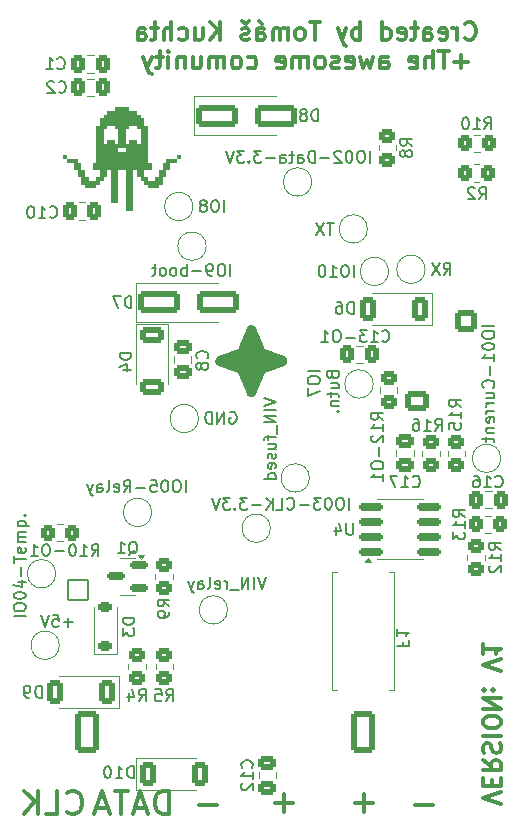
<source format=gbr>
%TF.GenerationSoftware,KiCad,Pcbnew,8.0.2*%
%TF.CreationDate,2024-08-19T20:28:07+02:00*%
%TF.ProjectId,TwinkleTron,5477696e-6b6c-4655-9472-6f6e2e6b6963,rev?*%
%TF.SameCoordinates,Original*%
%TF.FileFunction,Legend,Bot*%
%TF.FilePolarity,Positive*%
%FSLAX46Y46*%
G04 Gerber Fmt 4.6, Leading zero omitted, Abs format (unit mm)*
G04 Created by KiCad (PCBNEW 8.0.2) date 2024-08-19 20:28:07*
%MOMM*%
%LPD*%
G01*
G04 APERTURE LIST*
G04 Aperture macros list*
%AMRoundRect*
0 Rectangle with rounded corners*
0 $1 Rounding radius*
0 $2 $3 $4 $5 $6 $7 $8 $9 X,Y pos of 4 corners*
0 Add a 4 corners polygon primitive as box body*
4,1,4,$2,$3,$4,$5,$6,$7,$8,$9,$2,$3,0*
0 Add four circle primitives for the rounded corners*
1,1,$1+$1,$2,$3*
1,1,$1+$1,$4,$5*
1,1,$1+$1,$6,$7*
1,1,$1+$1,$8,$9*
0 Add four rect primitives between the rounded corners*
20,1,$1+$1,$2,$3,$4,$5,0*
20,1,$1+$1,$4,$5,$6,$7,0*
20,1,$1+$1,$6,$7,$8,$9,0*
20,1,$1+$1,$8,$9,$2,$3,0*%
G04 Aperture macros list end*
%ADD10C,0.000000*%
%ADD11C,0.300000*%
%ADD12C,0.150000*%
%ADD13C,0.120000*%
%ADD14RoundRect,0.250200X0.649800X-0.649800X0.649800X0.649800X-0.649800X0.649800X-0.649800X-0.649800X0*%
%ADD15C,1.800000*%
%ADD16C,1.854000*%
%ADD17RoundRect,0.102000X-0.825000X-0.825000X0.825000X-0.825000X0.825000X0.825000X-0.825000X0.825000X0*%
%ADD18RoundRect,0.249999X-0.790001X-1.550001X0.790001X-1.550001X0.790001X1.550001X-0.790001X1.550001X0*%
%ADD19O,2.080000X3.600000*%
%ADD20R,1.050000X1.500000*%
%ADD21O,1.050000X1.500000*%
%ADD22C,0.650000*%
%ADD23O,2.100000X1.000000*%
%ADD24O,1.600000X1.000000*%
%ADD25R,2.000000X2.000000*%
%ADD26C,2.000000*%
%ADD27RoundRect,0.250000X0.750000X-0.600000X0.750000X0.600000X-0.750000X0.600000X-0.750000X-0.600000X0*%
%ADD28O,2.000000X1.700000*%
%ADD29RoundRect,0.250000X-0.475000X0.337500X-0.475000X-0.337500X0.475000X-0.337500X0.475000X0.337500X0*%
%ADD30RoundRect,0.250000X-0.800000X0.450000X-0.800000X-0.450000X0.800000X-0.450000X0.800000X0.450000X0*%
%ADD31RoundRect,0.250000X0.450000X0.800000X-0.450000X0.800000X-0.450000X-0.800000X0.450000X-0.800000X0*%
%ADD32RoundRect,0.250000X-1.500000X-0.650000X1.500000X-0.650000X1.500000X0.650000X-1.500000X0.650000X0*%
%ADD33RoundRect,0.250000X0.450000X-0.350000X0.450000X0.350000X-0.450000X0.350000X-0.450000X-0.350000X0*%
%ADD34RoundRect,0.225000X0.375000X-0.225000X0.375000X0.225000X-0.375000X0.225000X-0.375000X-0.225000X0*%
%ADD35RoundRect,0.250000X-0.337500X-0.475000X0.337500X-0.475000X0.337500X0.475000X-0.337500X0.475000X0*%
%ADD36RoundRect,0.150000X-0.825000X-0.150000X0.825000X-0.150000X0.825000X0.150000X-0.825000X0.150000X0*%
%ADD37RoundRect,0.250000X0.350000X0.450000X-0.350000X0.450000X-0.350000X-0.450000X0.350000X-0.450000X0*%
%ADD38RoundRect,0.250000X-0.450000X0.350000X-0.450000X-0.350000X0.450000X-0.350000X0.450000X0.350000X0*%
%ADD39RoundRect,0.250000X-0.350000X-0.450000X0.350000X-0.450000X0.350000X0.450000X-0.350000X0.450000X0*%
%ADD40RoundRect,0.150000X0.587500X0.150000X-0.587500X0.150000X-0.587500X-0.150000X0.587500X-0.150000X0*%
%ADD41R,3.810000X4.240000*%
%ADD42RoundRect,0.250000X0.337500X0.475000X-0.337500X0.475000X-0.337500X-0.475000X0.337500X-0.475000X0*%
%ADD43RoundRect,0.250000X-0.450000X-0.800000X0.450000X-0.800000X0.450000X0.800000X-0.450000X0.800000X0*%
G04 APERTURE END LIST*
D10*
G36*
X156522270Y-67917384D02*
G01*
X156540864Y-67919234D01*
X156571254Y-67924496D01*
X156600960Y-67931768D01*
X156629904Y-67940972D01*
X156658004Y-67952048D01*
X156685184Y-67964936D01*
X156711356Y-67979568D01*
X156736446Y-67995878D01*
X156760370Y-68013806D01*
X156783050Y-68033282D01*
X156804404Y-68054246D01*
X156824354Y-68076636D01*
X156842816Y-68100378D01*
X156859716Y-68125416D01*
X156874970Y-68151680D01*
X156888492Y-68179110D01*
X156900212Y-68207636D01*
X157518764Y-69816098D01*
X157523192Y-69826776D01*
X157528154Y-69837156D01*
X157533632Y-69847218D01*
X157539608Y-69856944D01*
X157546070Y-69866324D01*
X157552998Y-69875334D01*
X157560378Y-69883962D01*
X157568186Y-69892188D01*
X157576416Y-69900000D01*
X157585040Y-69907376D01*
X157594052Y-69914300D01*
X157603428Y-69920762D01*
X157613156Y-69926742D01*
X157623218Y-69932220D01*
X157633596Y-69937182D01*
X157644276Y-69941610D01*
X159264194Y-70564802D01*
X159295098Y-70578090D01*
X159324578Y-70593536D01*
X159352556Y-70611030D01*
X159378954Y-70630452D01*
X159403694Y-70651686D01*
X159426696Y-70674618D01*
X159447882Y-70699136D01*
X159467168Y-70725126D01*
X159484484Y-70752468D01*
X159499746Y-70781054D01*
X159512874Y-70810764D01*
X159523794Y-70841484D01*
X159532428Y-70873098D01*
X159538686Y-70905494D01*
X159542502Y-70938554D01*
X159543792Y-70972170D01*
X159543468Y-70989032D01*
X159542502Y-71005778D01*
X159540906Y-71022386D01*
X159538686Y-71038840D01*
X159535860Y-71055128D01*
X159532428Y-71071234D01*
X159528402Y-71087146D01*
X159523794Y-71102848D01*
X159518616Y-71118328D01*
X159512874Y-71133568D01*
X159506580Y-71148556D01*
X159499746Y-71163278D01*
X159492374Y-71177720D01*
X159484484Y-71191864D01*
X159476078Y-71205698D01*
X159467168Y-71219206D01*
X159457764Y-71232376D01*
X159447882Y-71245196D01*
X159437520Y-71257646D01*
X159426696Y-71269714D01*
X159415416Y-71281384D01*
X159403694Y-71292650D01*
X159391536Y-71303486D01*
X159378954Y-71313880D01*
X159365958Y-71323828D01*
X159352556Y-71333302D01*
X159338760Y-71342296D01*
X159324578Y-71350796D01*
X159310020Y-71358782D01*
X159295098Y-71366242D01*
X159279822Y-71373164D01*
X159264194Y-71379532D01*
X157644276Y-72002722D01*
X157633596Y-72007150D01*
X157623218Y-72012116D01*
X157613156Y-72017594D01*
X157603430Y-72023570D01*
X157594052Y-72030032D01*
X157585040Y-72036958D01*
X157576416Y-72044336D01*
X157568186Y-72052148D01*
X157560378Y-72060374D01*
X157553000Y-72069002D01*
X157546070Y-72078010D01*
X157539612Y-72087388D01*
X157533632Y-72097118D01*
X157528154Y-72107176D01*
X157523196Y-72117556D01*
X157518764Y-72128236D01*
X156895572Y-73748156D01*
X156882302Y-73779082D01*
X156866870Y-73808588D01*
X156849396Y-73836592D01*
X156829982Y-73863020D01*
X156808754Y-73887782D01*
X156785826Y-73910810D01*
X156761310Y-73932020D01*
X156735324Y-73951334D01*
X156707976Y-73968670D01*
X156679388Y-73983952D01*
X156649670Y-73997108D01*
X156618944Y-74008042D01*
X156587318Y-74016694D01*
X156554910Y-74022970D01*
X156521834Y-74026802D01*
X156488208Y-74028100D01*
X156471334Y-74027770D01*
X156454582Y-74026802D01*
X156437968Y-74025196D01*
X156421504Y-74022970D01*
X156405210Y-74020132D01*
X156389098Y-74016694D01*
X156373180Y-74012660D01*
X156357472Y-74008042D01*
X156341986Y-74002856D01*
X156326740Y-73997108D01*
X156311752Y-73990802D01*
X156297028Y-73983952D01*
X156282582Y-73976576D01*
X156268440Y-73968670D01*
X156254602Y-73960252D01*
X156241092Y-73951334D01*
X156227922Y-73941920D01*
X156215106Y-73932020D01*
X156202654Y-73921646D01*
X156190590Y-73910810D01*
X156178918Y-73899520D01*
X156167658Y-73887782D01*
X156156822Y-73875610D01*
X156146434Y-73863020D01*
X156136492Y-73850006D01*
X156127020Y-73836592D01*
X156118036Y-73822786D01*
X156109546Y-73808588D01*
X156101566Y-73794020D01*
X156094114Y-73779082D01*
X156087202Y-73763792D01*
X156080844Y-73748156D01*
X155457648Y-72128236D01*
X155453220Y-72117556D01*
X155448262Y-72107176D01*
X155442784Y-72097118D01*
X155436804Y-72087388D01*
X155430342Y-72078010D01*
X155423416Y-72069002D01*
X155416038Y-72060374D01*
X155408230Y-72052148D01*
X155400000Y-72044336D01*
X155391376Y-72036958D01*
X155382364Y-72030032D01*
X155372986Y-72023570D01*
X155363260Y-72017594D01*
X155353198Y-72012116D01*
X155342820Y-72007150D01*
X155332140Y-72002722D01*
X153712222Y-71379532D01*
X153681318Y-71366242D01*
X153651838Y-71350796D01*
X153623860Y-71333302D01*
X153597462Y-71313880D01*
X153572722Y-71292650D01*
X153549720Y-71269714D01*
X153528534Y-71245196D01*
X153509248Y-71219206D01*
X153491932Y-71191864D01*
X153476670Y-71163278D01*
X153463542Y-71133568D01*
X153452622Y-71102848D01*
X153443988Y-71071234D01*
X153437730Y-71038840D01*
X153433914Y-71005778D01*
X153432624Y-70972170D01*
X153432948Y-70955300D01*
X153433914Y-70938554D01*
X153435510Y-70921950D01*
X153437730Y-70905494D01*
X153440556Y-70889204D01*
X153443988Y-70873098D01*
X153448014Y-70857186D01*
X153452622Y-70841484D01*
X153457800Y-70826004D01*
X153463542Y-70810764D01*
X153469836Y-70795776D01*
X153476670Y-70781054D01*
X153484042Y-70766612D01*
X153491932Y-70752468D01*
X153500338Y-70738634D01*
X153509248Y-70725126D01*
X153518652Y-70711956D01*
X153528534Y-70699136D01*
X153538896Y-70686686D01*
X153549720Y-70674618D01*
X153561000Y-70662948D01*
X153572722Y-70651686D01*
X153584880Y-70640850D01*
X153597462Y-70630452D01*
X153610458Y-70620506D01*
X153623860Y-70611030D01*
X153637656Y-70602036D01*
X153651838Y-70593536D01*
X153666396Y-70585550D01*
X153681318Y-70578090D01*
X153696594Y-70571172D01*
X153712222Y-70564802D01*
X155332140Y-69941610D01*
X155342820Y-69937182D01*
X155353198Y-69932220D01*
X155363260Y-69926742D01*
X155372988Y-69920762D01*
X155382364Y-69914300D01*
X155391376Y-69907376D01*
X155400000Y-69900000D01*
X155408230Y-69892188D01*
X155416038Y-69883962D01*
X155423416Y-69875334D01*
X155430346Y-69866324D01*
X155436804Y-69856944D01*
X155442784Y-69847218D01*
X155448262Y-69837156D01*
X155453220Y-69826776D01*
X155457648Y-69816098D01*
X156080844Y-68196180D01*
X156087910Y-68178876D01*
X156095650Y-68162012D01*
X156113056Y-68129646D01*
X156132906Y-68099174D01*
X156155040Y-68070696D01*
X156179304Y-68044304D01*
X156205530Y-68020094D01*
X156233566Y-67998170D01*
X156263244Y-67978616D01*
X156294414Y-67961538D01*
X156326914Y-67947024D01*
X156360580Y-67935174D01*
X156395256Y-67926084D01*
X156430780Y-67919846D01*
X156467002Y-67916564D01*
X156503742Y-67916328D01*
X156522270Y-67917384D01*
G37*
D11*
X165273558Y-108377733D02*
X166797368Y-108377733D01*
X166035463Y-109139638D02*
X166035463Y-107615828D01*
X158473558Y-108377733D02*
X159997368Y-108377733D01*
X159235463Y-109139638D02*
X159235463Y-107615828D01*
D12*
X137369819Y-92563220D02*
X136369819Y-92563220D01*
X136369819Y-91896554D02*
X136369819Y-91706078D01*
X136369819Y-91706078D02*
X136417438Y-91610840D01*
X136417438Y-91610840D02*
X136512676Y-91515602D01*
X136512676Y-91515602D02*
X136703152Y-91467983D01*
X136703152Y-91467983D02*
X137036485Y-91467983D01*
X137036485Y-91467983D02*
X137226961Y-91515602D01*
X137226961Y-91515602D02*
X137322200Y-91610840D01*
X137322200Y-91610840D02*
X137369819Y-91706078D01*
X137369819Y-91706078D02*
X137369819Y-91896554D01*
X137369819Y-91896554D02*
X137322200Y-91991792D01*
X137322200Y-91991792D02*
X137226961Y-92087030D01*
X137226961Y-92087030D02*
X137036485Y-92134649D01*
X137036485Y-92134649D02*
X136703152Y-92134649D01*
X136703152Y-92134649D02*
X136512676Y-92087030D01*
X136512676Y-92087030D02*
X136417438Y-91991792D01*
X136417438Y-91991792D02*
X136369819Y-91896554D01*
X136369819Y-90848935D02*
X136369819Y-90753697D01*
X136369819Y-90753697D02*
X136417438Y-90658459D01*
X136417438Y-90658459D02*
X136465057Y-90610840D01*
X136465057Y-90610840D02*
X136560295Y-90563221D01*
X136560295Y-90563221D02*
X136750771Y-90515602D01*
X136750771Y-90515602D02*
X136988866Y-90515602D01*
X136988866Y-90515602D02*
X137179342Y-90563221D01*
X137179342Y-90563221D02*
X137274580Y-90610840D01*
X137274580Y-90610840D02*
X137322200Y-90658459D01*
X137322200Y-90658459D02*
X137369819Y-90753697D01*
X137369819Y-90753697D02*
X137369819Y-90848935D01*
X137369819Y-90848935D02*
X137322200Y-90944173D01*
X137322200Y-90944173D02*
X137274580Y-90991792D01*
X137274580Y-90991792D02*
X137179342Y-91039411D01*
X137179342Y-91039411D02*
X136988866Y-91087030D01*
X136988866Y-91087030D02*
X136750771Y-91087030D01*
X136750771Y-91087030D02*
X136560295Y-91039411D01*
X136560295Y-91039411D02*
X136465057Y-90991792D01*
X136465057Y-90991792D02*
X136417438Y-90944173D01*
X136417438Y-90944173D02*
X136369819Y-90848935D01*
X136703152Y-89658459D02*
X137369819Y-89658459D01*
X136322200Y-89896554D02*
X137036485Y-90134649D01*
X137036485Y-90134649D02*
X137036485Y-89515602D01*
X136988866Y-89134649D02*
X136988866Y-88372745D01*
X136369819Y-88039411D02*
X136369819Y-87467983D01*
X137369819Y-87753697D02*
X136369819Y-87753697D01*
X137322200Y-86753697D02*
X137369819Y-86848935D01*
X137369819Y-86848935D02*
X137369819Y-87039411D01*
X137369819Y-87039411D02*
X137322200Y-87134649D01*
X137322200Y-87134649D02*
X137226961Y-87182268D01*
X137226961Y-87182268D02*
X136846009Y-87182268D01*
X136846009Y-87182268D02*
X136750771Y-87134649D01*
X136750771Y-87134649D02*
X136703152Y-87039411D01*
X136703152Y-87039411D02*
X136703152Y-86848935D01*
X136703152Y-86848935D02*
X136750771Y-86753697D01*
X136750771Y-86753697D02*
X136846009Y-86706078D01*
X136846009Y-86706078D02*
X136941247Y-86706078D01*
X136941247Y-86706078D02*
X137036485Y-87182268D01*
X137369819Y-86277506D02*
X136703152Y-86277506D01*
X136798390Y-86277506D02*
X136750771Y-86229887D01*
X136750771Y-86229887D02*
X136703152Y-86134649D01*
X136703152Y-86134649D02*
X136703152Y-85991792D01*
X136703152Y-85991792D02*
X136750771Y-85896554D01*
X136750771Y-85896554D02*
X136846009Y-85848935D01*
X136846009Y-85848935D02*
X137369819Y-85848935D01*
X136846009Y-85848935D02*
X136750771Y-85801316D01*
X136750771Y-85801316D02*
X136703152Y-85706078D01*
X136703152Y-85706078D02*
X136703152Y-85563221D01*
X136703152Y-85563221D02*
X136750771Y-85467982D01*
X136750771Y-85467982D02*
X136846009Y-85420363D01*
X136846009Y-85420363D02*
X137369819Y-85420363D01*
X136703152Y-84944173D02*
X137703152Y-84944173D01*
X136750771Y-84944173D02*
X136703152Y-84848935D01*
X136703152Y-84848935D02*
X136703152Y-84658459D01*
X136703152Y-84658459D02*
X136750771Y-84563221D01*
X136750771Y-84563221D02*
X136798390Y-84515602D01*
X136798390Y-84515602D02*
X136893628Y-84467983D01*
X136893628Y-84467983D02*
X137179342Y-84467983D01*
X137179342Y-84467983D02*
X137274580Y-84515602D01*
X137274580Y-84515602D02*
X137322200Y-84563221D01*
X137322200Y-84563221D02*
X137369819Y-84658459D01*
X137369819Y-84658459D02*
X137369819Y-84848935D01*
X137369819Y-84848935D02*
X137322200Y-84944173D01*
X137274580Y-84039411D02*
X137322200Y-83991792D01*
X137322200Y-83991792D02*
X137369819Y-84039411D01*
X137369819Y-84039411D02*
X137322200Y-84087030D01*
X137322200Y-84087030D02*
X137274580Y-84039411D01*
X137274580Y-84039411D02*
X137369819Y-84039411D01*
D11*
X140897368Y-109149161D02*
X140992606Y-109244400D01*
X140992606Y-109244400D02*
X141278320Y-109339638D01*
X141278320Y-109339638D02*
X141468796Y-109339638D01*
X141468796Y-109339638D02*
X141754511Y-109244400D01*
X141754511Y-109244400D02*
X141944987Y-109053923D01*
X141944987Y-109053923D02*
X142040225Y-108863447D01*
X142040225Y-108863447D02*
X142135463Y-108482495D01*
X142135463Y-108482495D02*
X142135463Y-108196780D01*
X142135463Y-108196780D02*
X142040225Y-107815828D01*
X142040225Y-107815828D02*
X141944987Y-107625352D01*
X141944987Y-107625352D02*
X141754511Y-107434876D01*
X141754511Y-107434876D02*
X141468796Y-107339638D01*
X141468796Y-107339638D02*
X141278320Y-107339638D01*
X141278320Y-107339638D02*
X140992606Y-107434876D01*
X140992606Y-107434876D02*
X140897368Y-107530114D01*
X139087844Y-109339638D02*
X140040225Y-109339638D01*
X140040225Y-109339638D02*
X140040225Y-107339638D01*
X138421177Y-109339638D02*
X138421177Y-107339638D01*
X137278320Y-109339638D02*
X138135463Y-108196780D01*
X137278320Y-107339638D02*
X138421177Y-108482495D01*
X170373558Y-108577733D02*
X171897368Y-108577733D01*
X149473559Y-109339638D02*
X149473559Y-107339638D01*
X149473559Y-107339638D02*
X148997369Y-107339638D01*
X148997369Y-107339638D02*
X148711654Y-107434876D01*
X148711654Y-107434876D02*
X148521178Y-107625352D01*
X148521178Y-107625352D02*
X148425940Y-107815828D01*
X148425940Y-107815828D02*
X148330702Y-108196780D01*
X148330702Y-108196780D02*
X148330702Y-108482495D01*
X148330702Y-108482495D02*
X148425940Y-108863447D01*
X148425940Y-108863447D02*
X148521178Y-109053923D01*
X148521178Y-109053923D02*
X148711654Y-109244400D01*
X148711654Y-109244400D02*
X148997369Y-109339638D01*
X148997369Y-109339638D02*
X149473559Y-109339638D01*
X147568797Y-108768209D02*
X146616416Y-108768209D01*
X147759273Y-109339638D02*
X147092607Y-107339638D01*
X147092607Y-107339638D02*
X146425940Y-109339638D01*
X146044987Y-107339638D02*
X144902130Y-107339638D01*
X145473559Y-109339638D02*
X145473559Y-107339638D01*
X144330701Y-108768209D02*
X143378320Y-108768209D01*
X144521177Y-109339638D02*
X143854511Y-107339638D01*
X143854511Y-107339638D02*
X143187844Y-109339638D01*
X174578571Y-43628013D02*
X174649999Y-43699442D01*
X174649999Y-43699442D02*
X174864285Y-43770870D01*
X174864285Y-43770870D02*
X175007142Y-43770870D01*
X175007142Y-43770870D02*
X175221428Y-43699442D01*
X175221428Y-43699442D02*
X175364285Y-43556584D01*
X175364285Y-43556584D02*
X175435714Y-43413727D01*
X175435714Y-43413727D02*
X175507142Y-43128013D01*
X175507142Y-43128013D02*
X175507142Y-42913727D01*
X175507142Y-42913727D02*
X175435714Y-42628013D01*
X175435714Y-42628013D02*
X175364285Y-42485156D01*
X175364285Y-42485156D02*
X175221428Y-42342299D01*
X175221428Y-42342299D02*
X175007142Y-42270870D01*
X175007142Y-42270870D02*
X174864285Y-42270870D01*
X174864285Y-42270870D02*
X174649999Y-42342299D01*
X174649999Y-42342299D02*
X174578571Y-42413727D01*
X173935714Y-43770870D02*
X173935714Y-42770870D01*
X173935714Y-43056584D02*
X173864285Y-42913727D01*
X173864285Y-42913727D02*
X173792857Y-42842299D01*
X173792857Y-42842299D02*
X173649999Y-42770870D01*
X173649999Y-42770870D02*
X173507142Y-42770870D01*
X172435714Y-43699442D02*
X172578571Y-43770870D01*
X172578571Y-43770870D02*
X172864286Y-43770870D01*
X172864286Y-43770870D02*
X173007143Y-43699442D01*
X173007143Y-43699442D02*
X173078571Y-43556584D01*
X173078571Y-43556584D02*
X173078571Y-42985156D01*
X173078571Y-42985156D02*
X173007143Y-42842299D01*
X173007143Y-42842299D02*
X172864286Y-42770870D01*
X172864286Y-42770870D02*
X172578571Y-42770870D01*
X172578571Y-42770870D02*
X172435714Y-42842299D01*
X172435714Y-42842299D02*
X172364286Y-42985156D01*
X172364286Y-42985156D02*
X172364286Y-43128013D01*
X172364286Y-43128013D02*
X173078571Y-43270870D01*
X171078572Y-43770870D02*
X171078572Y-42985156D01*
X171078572Y-42985156D02*
X171150000Y-42842299D01*
X171150000Y-42842299D02*
X171292857Y-42770870D01*
X171292857Y-42770870D02*
X171578572Y-42770870D01*
X171578572Y-42770870D02*
X171721429Y-42842299D01*
X171078572Y-43699442D02*
X171221429Y-43770870D01*
X171221429Y-43770870D02*
X171578572Y-43770870D01*
X171578572Y-43770870D02*
X171721429Y-43699442D01*
X171721429Y-43699442D02*
X171792857Y-43556584D01*
X171792857Y-43556584D02*
X171792857Y-43413727D01*
X171792857Y-43413727D02*
X171721429Y-43270870D01*
X171721429Y-43270870D02*
X171578572Y-43199442D01*
X171578572Y-43199442D02*
X171221429Y-43199442D01*
X171221429Y-43199442D02*
X171078572Y-43128013D01*
X170578571Y-42770870D02*
X170007143Y-42770870D01*
X170364286Y-42270870D02*
X170364286Y-43556584D01*
X170364286Y-43556584D02*
X170292857Y-43699442D01*
X170292857Y-43699442D02*
X170150000Y-43770870D01*
X170150000Y-43770870D02*
X170007143Y-43770870D01*
X168935714Y-43699442D02*
X169078571Y-43770870D01*
X169078571Y-43770870D02*
X169364286Y-43770870D01*
X169364286Y-43770870D02*
X169507143Y-43699442D01*
X169507143Y-43699442D02*
X169578571Y-43556584D01*
X169578571Y-43556584D02*
X169578571Y-42985156D01*
X169578571Y-42985156D02*
X169507143Y-42842299D01*
X169507143Y-42842299D02*
X169364286Y-42770870D01*
X169364286Y-42770870D02*
X169078571Y-42770870D01*
X169078571Y-42770870D02*
X168935714Y-42842299D01*
X168935714Y-42842299D02*
X168864286Y-42985156D01*
X168864286Y-42985156D02*
X168864286Y-43128013D01*
X168864286Y-43128013D02*
X169578571Y-43270870D01*
X167578572Y-43770870D02*
X167578572Y-42270870D01*
X167578572Y-43699442D02*
X167721429Y-43770870D01*
X167721429Y-43770870D02*
X168007143Y-43770870D01*
X168007143Y-43770870D02*
X168150000Y-43699442D01*
X168150000Y-43699442D02*
X168221429Y-43628013D01*
X168221429Y-43628013D02*
X168292857Y-43485156D01*
X168292857Y-43485156D02*
X168292857Y-43056584D01*
X168292857Y-43056584D02*
X168221429Y-42913727D01*
X168221429Y-42913727D02*
X168150000Y-42842299D01*
X168150000Y-42842299D02*
X168007143Y-42770870D01*
X168007143Y-42770870D02*
X167721429Y-42770870D01*
X167721429Y-42770870D02*
X167578572Y-42842299D01*
X165721429Y-43770870D02*
X165721429Y-42270870D01*
X165721429Y-42842299D02*
X165578572Y-42770870D01*
X165578572Y-42770870D02*
X165292857Y-42770870D01*
X165292857Y-42770870D02*
X165150000Y-42842299D01*
X165150000Y-42842299D02*
X165078572Y-42913727D01*
X165078572Y-42913727D02*
X165007143Y-43056584D01*
X165007143Y-43056584D02*
X165007143Y-43485156D01*
X165007143Y-43485156D02*
X165078572Y-43628013D01*
X165078572Y-43628013D02*
X165150000Y-43699442D01*
X165150000Y-43699442D02*
X165292857Y-43770870D01*
X165292857Y-43770870D02*
X165578572Y-43770870D01*
X165578572Y-43770870D02*
X165721429Y-43699442D01*
X164507143Y-42770870D02*
X164150000Y-43770870D01*
X163792857Y-42770870D02*
X164150000Y-43770870D01*
X164150000Y-43770870D02*
X164292857Y-44128013D01*
X164292857Y-44128013D02*
X164364286Y-44199442D01*
X164364286Y-44199442D02*
X164507143Y-44270870D01*
X162292857Y-42270870D02*
X161435715Y-42270870D01*
X161864286Y-43770870D02*
X161864286Y-42270870D01*
X160721429Y-43770870D02*
X160864286Y-43699442D01*
X160864286Y-43699442D02*
X160935715Y-43628013D01*
X160935715Y-43628013D02*
X161007143Y-43485156D01*
X161007143Y-43485156D02*
X161007143Y-43056584D01*
X161007143Y-43056584D02*
X160935715Y-42913727D01*
X160935715Y-42913727D02*
X160864286Y-42842299D01*
X160864286Y-42842299D02*
X160721429Y-42770870D01*
X160721429Y-42770870D02*
X160507143Y-42770870D01*
X160507143Y-42770870D02*
X160364286Y-42842299D01*
X160364286Y-42842299D02*
X160292858Y-42913727D01*
X160292858Y-42913727D02*
X160221429Y-43056584D01*
X160221429Y-43056584D02*
X160221429Y-43485156D01*
X160221429Y-43485156D02*
X160292858Y-43628013D01*
X160292858Y-43628013D02*
X160364286Y-43699442D01*
X160364286Y-43699442D02*
X160507143Y-43770870D01*
X160507143Y-43770870D02*
X160721429Y-43770870D01*
X159578572Y-43770870D02*
X159578572Y-42770870D01*
X159578572Y-42913727D02*
X159507143Y-42842299D01*
X159507143Y-42842299D02*
X159364286Y-42770870D01*
X159364286Y-42770870D02*
X159150000Y-42770870D01*
X159150000Y-42770870D02*
X159007143Y-42842299D01*
X159007143Y-42842299D02*
X158935715Y-42985156D01*
X158935715Y-42985156D02*
X158935715Y-43770870D01*
X158935715Y-42985156D02*
X158864286Y-42842299D01*
X158864286Y-42842299D02*
X158721429Y-42770870D01*
X158721429Y-42770870D02*
X158507143Y-42770870D01*
X158507143Y-42770870D02*
X158364286Y-42842299D01*
X158364286Y-42842299D02*
X158292857Y-42985156D01*
X158292857Y-42985156D02*
X158292857Y-43770870D01*
X156935715Y-43770870D02*
X156935715Y-42985156D01*
X156935715Y-42985156D02*
X157007143Y-42842299D01*
X157007143Y-42842299D02*
X157150000Y-42770870D01*
X157150000Y-42770870D02*
X157435715Y-42770870D01*
X157435715Y-42770870D02*
X157578572Y-42842299D01*
X156935715Y-43699442D02*
X157078572Y-43770870D01*
X157078572Y-43770870D02*
X157435715Y-43770870D01*
X157435715Y-43770870D02*
X157578572Y-43699442D01*
X157578572Y-43699442D02*
X157650000Y-43556584D01*
X157650000Y-43556584D02*
X157650000Y-43413727D01*
X157650000Y-43413727D02*
X157578572Y-43270870D01*
X157578572Y-43270870D02*
X157435715Y-43199442D01*
X157435715Y-43199442D02*
X157078572Y-43199442D01*
X157078572Y-43199442D02*
X156935715Y-43128013D01*
X157150000Y-42199442D02*
X157364286Y-42413727D01*
X156292857Y-43699442D02*
X156150000Y-43770870D01*
X156150000Y-43770870D02*
X155864286Y-43770870D01*
X155864286Y-43770870D02*
X155721429Y-43699442D01*
X155721429Y-43699442D02*
X155650000Y-43556584D01*
X155650000Y-43556584D02*
X155650000Y-43485156D01*
X155650000Y-43485156D02*
X155721429Y-43342299D01*
X155721429Y-43342299D02*
X155864286Y-43270870D01*
X155864286Y-43270870D02*
X156078572Y-43270870D01*
X156078572Y-43270870D02*
X156221429Y-43199442D01*
X156221429Y-43199442D02*
X156292857Y-43056584D01*
X156292857Y-43056584D02*
X156292857Y-42985156D01*
X156292857Y-42985156D02*
X156221429Y-42842299D01*
X156221429Y-42842299D02*
X156078572Y-42770870D01*
X156078572Y-42770870D02*
X155864286Y-42770870D01*
X155864286Y-42770870D02*
X155721429Y-42842299D01*
X156292857Y-42199442D02*
X156007143Y-42413727D01*
X156007143Y-42413727D02*
X155721429Y-42199442D01*
X153864286Y-43770870D02*
X153864286Y-42270870D01*
X153007143Y-43770870D02*
X153650000Y-42913727D01*
X153007143Y-42270870D02*
X153864286Y-43128013D01*
X151721429Y-42770870D02*
X151721429Y-43770870D01*
X152364286Y-42770870D02*
X152364286Y-43556584D01*
X152364286Y-43556584D02*
X152292857Y-43699442D01*
X152292857Y-43699442D02*
X152150000Y-43770870D01*
X152150000Y-43770870D02*
X151935714Y-43770870D01*
X151935714Y-43770870D02*
X151792857Y-43699442D01*
X151792857Y-43699442D02*
X151721429Y-43628013D01*
X150364286Y-43699442D02*
X150507143Y-43770870D01*
X150507143Y-43770870D02*
X150792857Y-43770870D01*
X150792857Y-43770870D02*
X150935714Y-43699442D01*
X150935714Y-43699442D02*
X151007143Y-43628013D01*
X151007143Y-43628013D02*
X151078571Y-43485156D01*
X151078571Y-43485156D02*
X151078571Y-43056584D01*
X151078571Y-43056584D02*
X151007143Y-42913727D01*
X151007143Y-42913727D02*
X150935714Y-42842299D01*
X150935714Y-42842299D02*
X150792857Y-42770870D01*
X150792857Y-42770870D02*
X150507143Y-42770870D01*
X150507143Y-42770870D02*
X150364286Y-42842299D01*
X149721429Y-43770870D02*
X149721429Y-42270870D01*
X149078572Y-43770870D02*
X149078572Y-42985156D01*
X149078572Y-42985156D02*
X149150000Y-42842299D01*
X149150000Y-42842299D02*
X149292857Y-42770870D01*
X149292857Y-42770870D02*
X149507143Y-42770870D01*
X149507143Y-42770870D02*
X149650000Y-42842299D01*
X149650000Y-42842299D02*
X149721429Y-42913727D01*
X148578571Y-42770870D02*
X148007143Y-42770870D01*
X148364286Y-42270870D02*
X148364286Y-43556584D01*
X148364286Y-43556584D02*
X148292857Y-43699442D01*
X148292857Y-43699442D02*
X148150000Y-43770870D01*
X148150000Y-43770870D02*
X148007143Y-43770870D01*
X146864286Y-43770870D02*
X146864286Y-42985156D01*
X146864286Y-42985156D02*
X146935714Y-42842299D01*
X146935714Y-42842299D02*
X147078571Y-42770870D01*
X147078571Y-42770870D02*
X147364286Y-42770870D01*
X147364286Y-42770870D02*
X147507143Y-42842299D01*
X146864286Y-43699442D02*
X147007143Y-43770870D01*
X147007143Y-43770870D02*
X147364286Y-43770870D01*
X147364286Y-43770870D02*
X147507143Y-43699442D01*
X147507143Y-43699442D02*
X147578571Y-43556584D01*
X147578571Y-43556584D02*
X147578571Y-43413727D01*
X147578571Y-43413727D02*
X147507143Y-43270870D01*
X147507143Y-43270870D02*
X147364286Y-43199442D01*
X147364286Y-43199442D02*
X147007143Y-43199442D01*
X147007143Y-43199442D02*
X146864286Y-43128013D01*
X174828571Y-45614358D02*
X173685714Y-45614358D01*
X174257142Y-46185786D02*
X174257142Y-45042929D01*
X173185713Y-44685786D02*
X172328571Y-44685786D01*
X172757142Y-46185786D02*
X172757142Y-44685786D01*
X171828571Y-46185786D02*
X171828571Y-44685786D01*
X171185714Y-46185786D02*
X171185714Y-45400072D01*
X171185714Y-45400072D02*
X171257142Y-45257215D01*
X171257142Y-45257215D02*
X171399999Y-45185786D01*
X171399999Y-45185786D02*
X171614285Y-45185786D01*
X171614285Y-45185786D02*
X171757142Y-45257215D01*
X171757142Y-45257215D02*
X171828571Y-45328643D01*
X169899999Y-46114358D02*
X170042856Y-46185786D01*
X170042856Y-46185786D02*
X170328571Y-46185786D01*
X170328571Y-46185786D02*
X170471428Y-46114358D01*
X170471428Y-46114358D02*
X170542856Y-45971500D01*
X170542856Y-45971500D02*
X170542856Y-45400072D01*
X170542856Y-45400072D02*
X170471428Y-45257215D01*
X170471428Y-45257215D02*
X170328571Y-45185786D01*
X170328571Y-45185786D02*
X170042856Y-45185786D01*
X170042856Y-45185786D02*
X169899999Y-45257215D01*
X169899999Y-45257215D02*
X169828571Y-45400072D01*
X169828571Y-45400072D02*
X169828571Y-45542929D01*
X169828571Y-45542929D02*
X170542856Y-45685786D01*
X167400000Y-46185786D02*
X167400000Y-45400072D01*
X167400000Y-45400072D02*
X167471428Y-45257215D01*
X167471428Y-45257215D02*
X167614285Y-45185786D01*
X167614285Y-45185786D02*
X167900000Y-45185786D01*
X167900000Y-45185786D02*
X168042857Y-45257215D01*
X167400000Y-46114358D02*
X167542857Y-46185786D01*
X167542857Y-46185786D02*
X167900000Y-46185786D01*
X167900000Y-46185786D02*
X168042857Y-46114358D01*
X168042857Y-46114358D02*
X168114285Y-45971500D01*
X168114285Y-45971500D02*
X168114285Y-45828643D01*
X168114285Y-45828643D02*
X168042857Y-45685786D01*
X168042857Y-45685786D02*
X167900000Y-45614358D01*
X167900000Y-45614358D02*
X167542857Y-45614358D01*
X167542857Y-45614358D02*
X167400000Y-45542929D01*
X166828571Y-45185786D02*
X166542857Y-46185786D01*
X166542857Y-46185786D02*
X166257142Y-45471500D01*
X166257142Y-45471500D02*
X165971428Y-46185786D01*
X165971428Y-46185786D02*
X165685714Y-45185786D01*
X164542856Y-46114358D02*
X164685713Y-46185786D01*
X164685713Y-46185786D02*
X164971428Y-46185786D01*
X164971428Y-46185786D02*
X165114285Y-46114358D01*
X165114285Y-46114358D02*
X165185713Y-45971500D01*
X165185713Y-45971500D02*
X165185713Y-45400072D01*
X165185713Y-45400072D02*
X165114285Y-45257215D01*
X165114285Y-45257215D02*
X164971428Y-45185786D01*
X164971428Y-45185786D02*
X164685713Y-45185786D01*
X164685713Y-45185786D02*
X164542856Y-45257215D01*
X164542856Y-45257215D02*
X164471428Y-45400072D01*
X164471428Y-45400072D02*
X164471428Y-45542929D01*
X164471428Y-45542929D02*
X165185713Y-45685786D01*
X163899999Y-46114358D02*
X163757142Y-46185786D01*
X163757142Y-46185786D02*
X163471428Y-46185786D01*
X163471428Y-46185786D02*
X163328571Y-46114358D01*
X163328571Y-46114358D02*
X163257142Y-45971500D01*
X163257142Y-45971500D02*
X163257142Y-45900072D01*
X163257142Y-45900072D02*
X163328571Y-45757215D01*
X163328571Y-45757215D02*
X163471428Y-45685786D01*
X163471428Y-45685786D02*
X163685714Y-45685786D01*
X163685714Y-45685786D02*
X163828571Y-45614358D01*
X163828571Y-45614358D02*
X163899999Y-45471500D01*
X163899999Y-45471500D02*
X163899999Y-45400072D01*
X163899999Y-45400072D02*
X163828571Y-45257215D01*
X163828571Y-45257215D02*
X163685714Y-45185786D01*
X163685714Y-45185786D02*
X163471428Y-45185786D01*
X163471428Y-45185786D02*
X163328571Y-45257215D01*
X162399999Y-46185786D02*
X162542856Y-46114358D01*
X162542856Y-46114358D02*
X162614285Y-46042929D01*
X162614285Y-46042929D02*
X162685713Y-45900072D01*
X162685713Y-45900072D02*
X162685713Y-45471500D01*
X162685713Y-45471500D02*
X162614285Y-45328643D01*
X162614285Y-45328643D02*
X162542856Y-45257215D01*
X162542856Y-45257215D02*
X162399999Y-45185786D01*
X162399999Y-45185786D02*
X162185713Y-45185786D01*
X162185713Y-45185786D02*
X162042856Y-45257215D01*
X162042856Y-45257215D02*
X161971428Y-45328643D01*
X161971428Y-45328643D02*
X161899999Y-45471500D01*
X161899999Y-45471500D02*
X161899999Y-45900072D01*
X161899999Y-45900072D02*
X161971428Y-46042929D01*
X161971428Y-46042929D02*
X162042856Y-46114358D01*
X162042856Y-46114358D02*
X162185713Y-46185786D01*
X162185713Y-46185786D02*
X162399999Y-46185786D01*
X161257142Y-46185786D02*
X161257142Y-45185786D01*
X161257142Y-45328643D02*
X161185713Y-45257215D01*
X161185713Y-45257215D02*
X161042856Y-45185786D01*
X161042856Y-45185786D02*
X160828570Y-45185786D01*
X160828570Y-45185786D02*
X160685713Y-45257215D01*
X160685713Y-45257215D02*
X160614285Y-45400072D01*
X160614285Y-45400072D02*
X160614285Y-46185786D01*
X160614285Y-45400072D02*
X160542856Y-45257215D01*
X160542856Y-45257215D02*
X160399999Y-45185786D01*
X160399999Y-45185786D02*
X160185713Y-45185786D01*
X160185713Y-45185786D02*
X160042856Y-45257215D01*
X160042856Y-45257215D02*
X159971427Y-45400072D01*
X159971427Y-45400072D02*
X159971427Y-46185786D01*
X158685713Y-46114358D02*
X158828570Y-46185786D01*
X158828570Y-46185786D02*
X159114285Y-46185786D01*
X159114285Y-46185786D02*
X159257142Y-46114358D01*
X159257142Y-46114358D02*
X159328570Y-45971500D01*
X159328570Y-45971500D02*
X159328570Y-45400072D01*
X159328570Y-45400072D02*
X159257142Y-45257215D01*
X159257142Y-45257215D02*
X159114285Y-45185786D01*
X159114285Y-45185786D02*
X158828570Y-45185786D01*
X158828570Y-45185786D02*
X158685713Y-45257215D01*
X158685713Y-45257215D02*
X158614285Y-45400072D01*
X158614285Y-45400072D02*
X158614285Y-45542929D01*
X158614285Y-45542929D02*
X159328570Y-45685786D01*
X156185714Y-46114358D02*
X156328571Y-46185786D01*
X156328571Y-46185786D02*
X156614285Y-46185786D01*
X156614285Y-46185786D02*
X156757142Y-46114358D01*
X156757142Y-46114358D02*
X156828571Y-46042929D01*
X156828571Y-46042929D02*
X156899999Y-45900072D01*
X156899999Y-45900072D02*
X156899999Y-45471500D01*
X156899999Y-45471500D02*
X156828571Y-45328643D01*
X156828571Y-45328643D02*
X156757142Y-45257215D01*
X156757142Y-45257215D02*
X156614285Y-45185786D01*
X156614285Y-45185786D02*
X156328571Y-45185786D01*
X156328571Y-45185786D02*
X156185714Y-45257215D01*
X155328571Y-46185786D02*
X155471428Y-46114358D01*
X155471428Y-46114358D02*
X155542857Y-46042929D01*
X155542857Y-46042929D02*
X155614285Y-45900072D01*
X155614285Y-45900072D02*
X155614285Y-45471500D01*
X155614285Y-45471500D02*
X155542857Y-45328643D01*
X155542857Y-45328643D02*
X155471428Y-45257215D01*
X155471428Y-45257215D02*
X155328571Y-45185786D01*
X155328571Y-45185786D02*
X155114285Y-45185786D01*
X155114285Y-45185786D02*
X154971428Y-45257215D01*
X154971428Y-45257215D02*
X154900000Y-45328643D01*
X154900000Y-45328643D02*
X154828571Y-45471500D01*
X154828571Y-45471500D02*
X154828571Y-45900072D01*
X154828571Y-45900072D02*
X154900000Y-46042929D01*
X154900000Y-46042929D02*
X154971428Y-46114358D01*
X154971428Y-46114358D02*
X155114285Y-46185786D01*
X155114285Y-46185786D02*
X155328571Y-46185786D01*
X154185714Y-46185786D02*
X154185714Y-45185786D01*
X154185714Y-45328643D02*
X154114285Y-45257215D01*
X154114285Y-45257215D02*
X153971428Y-45185786D01*
X153971428Y-45185786D02*
X153757142Y-45185786D01*
X153757142Y-45185786D02*
X153614285Y-45257215D01*
X153614285Y-45257215D02*
X153542857Y-45400072D01*
X153542857Y-45400072D02*
X153542857Y-46185786D01*
X153542857Y-45400072D02*
X153471428Y-45257215D01*
X153471428Y-45257215D02*
X153328571Y-45185786D01*
X153328571Y-45185786D02*
X153114285Y-45185786D01*
X153114285Y-45185786D02*
X152971428Y-45257215D01*
X152971428Y-45257215D02*
X152899999Y-45400072D01*
X152899999Y-45400072D02*
X152899999Y-46185786D01*
X151542857Y-45185786D02*
X151542857Y-46185786D01*
X152185714Y-45185786D02*
X152185714Y-45971500D01*
X152185714Y-45971500D02*
X152114285Y-46114358D01*
X152114285Y-46114358D02*
X151971428Y-46185786D01*
X151971428Y-46185786D02*
X151757142Y-46185786D01*
X151757142Y-46185786D02*
X151614285Y-46114358D01*
X151614285Y-46114358D02*
X151542857Y-46042929D01*
X150828571Y-45185786D02*
X150828571Y-46185786D01*
X150828571Y-45328643D02*
X150757142Y-45257215D01*
X150757142Y-45257215D02*
X150614285Y-45185786D01*
X150614285Y-45185786D02*
X150399999Y-45185786D01*
X150399999Y-45185786D02*
X150257142Y-45257215D01*
X150257142Y-45257215D02*
X150185714Y-45400072D01*
X150185714Y-45400072D02*
X150185714Y-46185786D01*
X149471428Y-46185786D02*
X149471428Y-45185786D01*
X149471428Y-44685786D02*
X149542856Y-44757215D01*
X149542856Y-44757215D02*
X149471428Y-44828643D01*
X149471428Y-44828643D02*
X149399999Y-44757215D01*
X149399999Y-44757215D02*
X149471428Y-44685786D01*
X149471428Y-44685786D02*
X149471428Y-44828643D01*
X148971427Y-45185786D02*
X148399999Y-45185786D01*
X148757142Y-44685786D02*
X148757142Y-45971500D01*
X148757142Y-45971500D02*
X148685713Y-46114358D01*
X148685713Y-46114358D02*
X148542856Y-46185786D01*
X148542856Y-46185786D02*
X148399999Y-46185786D01*
X148042856Y-45185786D02*
X147685713Y-46185786D01*
X147328570Y-45185786D02*
X147685713Y-46185786D01*
X147685713Y-46185786D02*
X147828570Y-46542929D01*
X147828570Y-46542929D02*
X147899999Y-46614358D01*
X147899999Y-46614358D02*
X148042856Y-46685786D01*
D12*
X162259875Y-71836779D02*
X161259875Y-71836779D01*
X161259875Y-72503445D02*
X161259875Y-72693921D01*
X161259875Y-72693921D02*
X161307494Y-72789159D01*
X161307494Y-72789159D02*
X161402732Y-72884397D01*
X161402732Y-72884397D02*
X161593208Y-72932016D01*
X161593208Y-72932016D02*
X161926541Y-72932016D01*
X161926541Y-72932016D02*
X162117017Y-72884397D01*
X162117017Y-72884397D02*
X162212256Y-72789159D01*
X162212256Y-72789159D02*
X162259875Y-72693921D01*
X162259875Y-72693921D02*
X162259875Y-72503445D01*
X162259875Y-72503445D02*
X162212256Y-72408207D01*
X162212256Y-72408207D02*
X162117017Y-72312969D01*
X162117017Y-72312969D02*
X161926541Y-72265350D01*
X161926541Y-72265350D02*
X161593208Y-72265350D01*
X161593208Y-72265350D02*
X161402732Y-72312969D01*
X161402732Y-72312969D02*
X161307494Y-72408207D01*
X161307494Y-72408207D02*
X161259875Y-72503445D01*
X161259875Y-73265350D02*
X161259875Y-73932016D01*
X161259875Y-73932016D02*
X162259875Y-73503445D01*
X163346009Y-72170112D02*
X163393628Y-72312969D01*
X163393628Y-72312969D02*
X163441247Y-72360588D01*
X163441247Y-72360588D02*
X163536485Y-72408207D01*
X163536485Y-72408207D02*
X163679342Y-72408207D01*
X163679342Y-72408207D02*
X163774580Y-72360588D01*
X163774580Y-72360588D02*
X163822200Y-72312969D01*
X163822200Y-72312969D02*
X163869819Y-72217731D01*
X163869819Y-72217731D02*
X163869819Y-71836779D01*
X163869819Y-71836779D02*
X162869819Y-71836779D01*
X162869819Y-71836779D02*
X162869819Y-72170112D01*
X162869819Y-72170112D02*
X162917438Y-72265350D01*
X162917438Y-72265350D02*
X162965057Y-72312969D01*
X162965057Y-72312969D02*
X163060295Y-72360588D01*
X163060295Y-72360588D02*
X163155533Y-72360588D01*
X163155533Y-72360588D02*
X163250771Y-72312969D01*
X163250771Y-72312969D02*
X163298390Y-72265350D01*
X163298390Y-72265350D02*
X163346009Y-72170112D01*
X163346009Y-72170112D02*
X163346009Y-71836779D01*
X163203152Y-73265350D02*
X163869819Y-73265350D01*
X163203152Y-72836779D02*
X163726961Y-72836779D01*
X163726961Y-72836779D02*
X163822200Y-72884398D01*
X163822200Y-72884398D02*
X163869819Y-72979636D01*
X163869819Y-72979636D02*
X163869819Y-73122493D01*
X163869819Y-73122493D02*
X163822200Y-73217731D01*
X163822200Y-73217731D02*
X163774580Y-73265350D01*
X163203152Y-73598684D02*
X163203152Y-73979636D01*
X162869819Y-73741541D02*
X163726961Y-73741541D01*
X163726961Y-73741541D02*
X163822200Y-73789160D01*
X163822200Y-73789160D02*
X163869819Y-73884398D01*
X163869819Y-73884398D02*
X163869819Y-73979636D01*
X163203152Y-74312970D02*
X163869819Y-74312970D01*
X163298390Y-74312970D02*
X163250771Y-74360589D01*
X163250771Y-74360589D02*
X163203152Y-74455827D01*
X163203152Y-74455827D02*
X163203152Y-74598684D01*
X163203152Y-74598684D02*
X163250771Y-74693922D01*
X163250771Y-74693922D02*
X163346009Y-74741541D01*
X163346009Y-74741541D02*
X163869819Y-74741541D01*
X163774580Y-75217732D02*
X163822200Y-75265351D01*
X163822200Y-75265351D02*
X163869819Y-75217732D01*
X163869819Y-75217732D02*
X163822200Y-75170113D01*
X163822200Y-75170113D02*
X163774580Y-75217732D01*
X163774580Y-75217732D02*
X163869819Y-75217732D01*
D11*
X177599171Y-108459774D02*
X176099171Y-107959774D01*
X176099171Y-107959774D02*
X177599171Y-107459774D01*
X176884885Y-106959775D02*
X176884885Y-106459775D01*
X176099171Y-106245489D02*
X176099171Y-106959775D01*
X176099171Y-106959775D02*
X177599171Y-106959775D01*
X177599171Y-106959775D02*
X177599171Y-106245489D01*
X176099171Y-104745489D02*
X176813457Y-105245489D01*
X176099171Y-105602632D02*
X177599171Y-105602632D01*
X177599171Y-105602632D02*
X177599171Y-105031203D01*
X177599171Y-105031203D02*
X177527742Y-104888346D01*
X177527742Y-104888346D02*
X177456314Y-104816917D01*
X177456314Y-104816917D02*
X177313457Y-104745489D01*
X177313457Y-104745489D02*
X177099171Y-104745489D01*
X177099171Y-104745489D02*
X176956314Y-104816917D01*
X176956314Y-104816917D02*
X176884885Y-104888346D01*
X176884885Y-104888346D02*
X176813457Y-105031203D01*
X176813457Y-105031203D02*
X176813457Y-105602632D01*
X176170600Y-104174060D02*
X176099171Y-103959775D01*
X176099171Y-103959775D02*
X176099171Y-103602632D01*
X176099171Y-103602632D02*
X176170600Y-103459775D01*
X176170600Y-103459775D02*
X176242028Y-103388346D01*
X176242028Y-103388346D02*
X176384885Y-103316917D01*
X176384885Y-103316917D02*
X176527742Y-103316917D01*
X176527742Y-103316917D02*
X176670600Y-103388346D01*
X176670600Y-103388346D02*
X176742028Y-103459775D01*
X176742028Y-103459775D02*
X176813457Y-103602632D01*
X176813457Y-103602632D02*
X176884885Y-103888346D01*
X176884885Y-103888346D02*
X176956314Y-104031203D01*
X176956314Y-104031203D02*
X177027742Y-104102632D01*
X177027742Y-104102632D02*
X177170600Y-104174060D01*
X177170600Y-104174060D02*
X177313457Y-104174060D01*
X177313457Y-104174060D02*
X177456314Y-104102632D01*
X177456314Y-104102632D02*
X177527742Y-104031203D01*
X177527742Y-104031203D02*
X177599171Y-103888346D01*
X177599171Y-103888346D02*
X177599171Y-103531203D01*
X177599171Y-103531203D02*
X177527742Y-103316917D01*
X176099171Y-102674061D02*
X177599171Y-102674061D01*
X177599171Y-101674060D02*
X177599171Y-101388346D01*
X177599171Y-101388346D02*
X177527742Y-101245489D01*
X177527742Y-101245489D02*
X177384885Y-101102632D01*
X177384885Y-101102632D02*
X177099171Y-101031203D01*
X177099171Y-101031203D02*
X176599171Y-101031203D01*
X176599171Y-101031203D02*
X176313457Y-101102632D01*
X176313457Y-101102632D02*
X176170600Y-101245489D01*
X176170600Y-101245489D02*
X176099171Y-101388346D01*
X176099171Y-101388346D02*
X176099171Y-101674060D01*
X176099171Y-101674060D02*
X176170600Y-101816918D01*
X176170600Y-101816918D02*
X176313457Y-101959775D01*
X176313457Y-101959775D02*
X176599171Y-102031203D01*
X176599171Y-102031203D02*
X177099171Y-102031203D01*
X177099171Y-102031203D02*
X177384885Y-101959775D01*
X177384885Y-101959775D02*
X177527742Y-101816918D01*
X177527742Y-101816918D02*
X177599171Y-101674060D01*
X176099171Y-100388346D02*
X177599171Y-100388346D01*
X177599171Y-100388346D02*
X176099171Y-99531203D01*
X176099171Y-99531203D02*
X177599171Y-99531203D01*
X176242028Y-98816917D02*
X176170600Y-98745488D01*
X176170600Y-98745488D02*
X176099171Y-98816917D01*
X176099171Y-98816917D02*
X176170600Y-98888345D01*
X176170600Y-98888345D02*
X176242028Y-98816917D01*
X176242028Y-98816917D02*
X176099171Y-98816917D01*
X177027742Y-98816917D02*
X176956314Y-98745488D01*
X176956314Y-98745488D02*
X176884885Y-98816917D01*
X176884885Y-98816917D02*
X176956314Y-98888345D01*
X176956314Y-98888345D02*
X177027742Y-98816917D01*
X177027742Y-98816917D02*
X176884885Y-98816917D01*
X177599171Y-97174059D02*
X176099171Y-96674059D01*
X176099171Y-96674059D02*
X177599171Y-96174059D01*
X176099171Y-94888345D02*
X176099171Y-95745488D01*
X176099171Y-95316917D02*
X177599171Y-95316917D01*
X177599171Y-95316917D02*
X177384885Y-95459774D01*
X177384885Y-95459774D02*
X177242028Y-95602631D01*
X177242028Y-95602631D02*
X177170600Y-95745488D01*
X152073558Y-108577733D02*
X153597368Y-108577733D01*
D12*
X154661904Y-75302438D02*
X154757142Y-75254819D01*
X154757142Y-75254819D02*
X154899999Y-75254819D01*
X154899999Y-75254819D02*
X155042856Y-75302438D01*
X155042856Y-75302438D02*
X155138094Y-75397676D01*
X155138094Y-75397676D02*
X155185713Y-75492914D01*
X155185713Y-75492914D02*
X155233332Y-75683390D01*
X155233332Y-75683390D02*
X155233332Y-75826247D01*
X155233332Y-75826247D02*
X155185713Y-76016723D01*
X155185713Y-76016723D02*
X155138094Y-76111961D01*
X155138094Y-76111961D02*
X155042856Y-76207200D01*
X155042856Y-76207200D02*
X154899999Y-76254819D01*
X154899999Y-76254819D02*
X154804761Y-76254819D01*
X154804761Y-76254819D02*
X154661904Y-76207200D01*
X154661904Y-76207200D02*
X154614285Y-76159580D01*
X154614285Y-76159580D02*
X154614285Y-75826247D01*
X154614285Y-75826247D02*
X154804761Y-75826247D01*
X154185713Y-76254819D02*
X154185713Y-75254819D01*
X154185713Y-75254819D02*
X153614285Y-76254819D01*
X153614285Y-76254819D02*
X153614285Y-75254819D01*
X153138094Y-76254819D02*
X153138094Y-75254819D01*
X153138094Y-75254819D02*
X152899999Y-75254819D01*
X152899999Y-75254819D02*
X152757142Y-75302438D01*
X152757142Y-75302438D02*
X152661904Y-75397676D01*
X152661904Y-75397676D02*
X152614285Y-75492914D01*
X152614285Y-75492914D02*
X152566666Y-75683390D01*
X152566666Y-75683390D02*
X152566666Y-75826247D01*
X152566666Y-75826247D02*
X152614285Y-76016723D01*
X152614285Y-76016723D02*
X152661904Y-76111961D01*
X152661904Y-76111961D02*
X152757142Y-76207200D01*
X152757142Y-76207200D02*
X152899999Y-76254819D01*
X152899999Y-76254819D02*
X153138094Y-76254819D01*
X170142857Y-81559580D02*
X170190476Y-81607200D01*
X170190476Y-81607200D02*
X170333333Y-81654819D01*
X170333333Y-81654819D02*
X170428571Y-81654819D01*
X170428571Y-81654819D02*
X170571428Y-81607200D01*
X170571428Y-81607200D02*
X170666666Y-81511961D01*
X170666666Y-81511961D02*
X170714285Y-81416723D01*
X170714285Y-81416723D02*
X170761904Y-81226247D01*
X170761904Y-81226247D02*
X170761904Y-81083390D01*
X170761904Y-81083390D02*
X170714285Y-80892914D01*
X170714285Y-80892914D02*
X170666666Y-80797676D01*
X170666666Y-80797676D02*
X170571428Y-80702438D01*
X170571428Y-80702438D02*
X170428571Y-80654819D01*
X170428571Y-80654819D02*
X170333333Y-80654819D01*
X170333333Y-80654819D02*
X170190476Y-80702438D01*
X170190476Y-80702438D02*
X170142857Y-80750057D01*
X169190476Y-81654819D02*
X169761904Y-81654819D01*
X169476190Y-81654819D02*
X169476190Y-80654819D01*
X169476190Y-80654819D02*
X169571428Y-80797676D01*
X169571428Y-80797676D02*
X169666666Y-80892914D01*
X169666666Y-80892914D02*
X169761904Y-80940533D01*
X168857142Y-80654819D02*
X168190476Y-80654819D01*
X168190476Y-80654819D02*
X168619047Y-81654819D01*
X146324819Y-70261905D02*
X145324819Y-70261905D01*
X145324819Y-70261905D02*
X145324819Y-70500000D01*
X145324819Y-70500000D02*
X145372438Y-70642857D01*
X145372438Y-70642857D02*
X145467676Y-70738095D01*
X145467676Y-70738095D02*
X145562914Y-70785714D01*
X145562914Y-70785714D02*
X145753390Y-70833333D01*
X145753390Y-70833333D02*
X145896247Y-70833333D01*
X145896247Y-70833333D02*
X146086723Y-70785714D01*
X146086723Y-70785714D02*
X146181961Y-70738095D01*
X146181961Y-70738095D02*
X146277200Y-70642857D01*
X146277200Y-70642857D02*
X146324819Y-70500000D01*
X146324819Y-70500000D02*
X146324819Y-70261905D01*
X145658152Y-71690476D02*
X146324819Y-71690476D01*
X145277200Y-71452381D02*
X145991485Y-71214286D01*
X145991485Y-71214286D02*
X145991485Y-71833333D01*
X138738094Y-99454819D02*
X138738094Y-98454819D01*
X138738094Y-98454819D02*
X138499999Y-98454819D01*
X138499999Y-98454819D02*
X138357142Y-98502438D01*
X138357142Y-98502438D02*
X138261904Y-98597676D01*
X138261904Y-98597676D02*
X138214285Y-98692914D01*
X138214285Y-98692914D02*
X138166666Y-98883390D01*
X138166666Y-98883390D02*
X138166666Y-99026247D01*
X138166666Y-99026247D02*
X138214285Y-99216723D01*
X138214285Y-99216723D02*
X138261904Y-99311961D01*
X138261904Y-99311961D02*
X138357142Y-99407200D01*
X138357142Y-99407200D02*
X138499999Y-99454819D01*
X138499999Y-99454819D02*
X138738094Y-99454819D01*
X137690475Y-99454819D02*
X137499999Y-99454819D01*
X137499999Y-99454819D02*
X137404761Y-99407200D01*
X137404761Y-99407200D02*
X137357142Y-99359580D01*
X137357142Y-99359580D02*
X137261904Y-99216723D01*
X137261904Y-99216723D02*
X137214285Y-99026247D01*
X137214285Y-99026247D02*
X137214285Y-98645295D01*
X137214285Y-98645295D02*
X137261904Y-98550057D01*
X137261904Y-98550057D02*
X137309523Y-98502438D01*
X137309523Y-98502438D02*
X137404761Y-98454819D01*
X137404761Y-98454819D02*
X137595237Y-98454819D01*
X137595237Y-98454819D02*
X137690475Y-98502438D01*
X137690475Y-98502438D02*
X137738094Y-98550057D01*
X137738094Y-98550057D02*
X137785713Y-98645295D01*
X137785713Y-98645295D02*
X137785713Y-98883390D01*
X137785713Y-98883390D02*
X137738094Y-98978628D01*
X137738094Y-98978628D02*
X137690475Y-99026247D01*
X137690475Y-99026247D02*
X137595237Y-99073866D01*
X137595237Y-99073866D02*
X137404761Y-99073866D01*
X137404761Y-99073866D02*
X137309523Y-99026247D01*
X137309523Y-99026247D02*
X137261904Y-98978628D01*
X137261904Y-98978628D02*
X137214285Y-98883390D01*
X164758801Y-83534112D02*
X164758801Y-82534112D01*
X164092135Y-82534112D02*
X163901659Y-82534112D01*
X163901659Y-82534112D02*
X163806421Y-82581731D01*
X163806421Y-82581731D02*
X163711183Y-82676969D01*
X163711183Y-82676969D02*
X163663564Y-82867445D01*
X163663564Y-82867445D02*
X163663564Y-83200778D01*
X163663564Y-83200778D02*
X163711183Y-83391254D01*
X163711183Y-83391254D02*
X163806421Y-83486493D01*
X163806421Y-83486493D02*
X163901659Y-83534112D01*
X163901659Y-83534112D02*
X164092135Y-83534112D01*
X164092135Y-83534112D02*
X164187373Y-83486493D01*
X164187373Y-83486493D02*
X164282611Y-83391254D01*
X164282611Y-83391254D02*
X164330230Y-83200778D01*
X164330230Y-83200778D02*
X164330230Y-82867445D01*
X164330230Y-82867445D02*
X164282611Y-82676969D01*
X164282611Y-82676969D02*
X164187373Y-82581731D01*
X164187373Y-82581731D02*
X164092135Y-82534112D01*
X163044516Y-82534112D02*
X162949278Y-82534112D01*
X162949278Y-82534112D02*
X162854040Y-82581731D01*
X162854040Y-82581731D02*
X162806421Y-82629350D01*
X162806421Y-82629350D02*
X162758802Y-82724588D01*
X162758802Y-82724588D02*
X162711183Y-82915064D01*
X162711183Y-82915064D02*
X162711183Y-83153159D01*
X162711183Y-83153159D02*
X162758802Y-83343635D01*
X162758802Y-83343635D02*
X162806421Y-83438873D01*
X162806421Y-83438873D02*
X162854040Y-83486493D01*
X162854040Y-83486493D02*
X162949278Y-83534112D01*
X162949278Y-83534112D02*
X163044516Y-83534112D01*
X163044516Y-83534112D02*
X163139754Y-83486493D01*
X163139754Y-83486493D02*
X163187373Y-83438873D01*
X163187373Y-83438873D02*
X163234992Y-83343635D01*
X163234992Y-83343635D02*
X163282611Y-83153159D01*
X163282611Y-83153159D02*
X163282611Y-82915064D01*
X163282611Y-82915064D02*
X163234992Y-82724588D01*
X163234992Y-82724588D02*
X163187373Y-82629350D01*
X163187373Y-82629350D02*
X163139754Y-82581731D01*
X163139754Y-82581731D02*
X163044516Y-82534112D01*
X162377849Y-82534112D02*
X161758802Y-82534112D01*
X161758802Y-82534112D02*
X162092135Y-82915064D01*
X162092135Y-82915064D02*
X161949278Y-82915064D01*
X161949278Y-82915064D02*
X161854040Y-82962683D01*
X161854040Y-82962683D02*
X161806421Y-83010302D01*
X161806421Y-83010302D02*
X161758802Y-83105540D01*
X161758802Y-83105540D02*
X161758802Y-83343635D01*
X161758802Y-83343635D02*
X161806421Y-83438873D01*
X161806421Y-83438873D02*
X161854040Y-83486493D01*
X161854040Y-83486493D02*
X161949278Y-83534112D01*
X161949278Y-83534112D02*
X162234992Y-83534112D01*
X162234992Y-83534112D02*
X162330230Y-83486493D01*
X162330230Y-83486493D02*
X162377849Y-83438873D01*
X161330230Y-83153159D02*
X160568326Y-83153159D01*
X159520707Y-83438873D02*
X159568326Y-83486493D01*
X159568326Y-83486493D02*
X159711183Y-83534112D01*
X159711183Y-83534112D02*
X159806421Y-83534112D01*
X159806421Y-83534112D02*
X159949278Y-83486493D01*
X159949278Y-83486493D02*
X160044516Y-83391254D01*
X160044516Y-83391254D02*
X160092135Y-83296016D01*
X160092135Y-83296016D02*
X160139754Y-83105540D01*
X160139754Y-83105540D02*
X160139754Y-82962683D01*
X160139754Y-82962683D02*
X160092135Y-82772207D01*
X160092135Y-82772207D02*
X160044516Y-82676969D01*
X160044516Y-82676969D02*
X159949278Y-82581731D01*
X159949278Y-82581731D02*
X159806421Y-82534112D01*
X159806421Y-82534112D02*
X159711183Y-82534112D01*
X159711183Y-82534112D02*
X159568326Y-82581731D01*
X159568326Y-82581731D02*
X159520707Y-82629350D01*
X158615945Y-83534112D02*
X159092135Y-83534112D01*
X159092135Y-83534112D02*
X159092135Y-82534112D01*
X158282611Y-83534112D02*
X158282611Y-82534112D01*
X157711183Y-83534112D02*
X158139754Y-82962683D01*
X157711183Y-82534112D02*
X158282611Y-83105540D01*
X157282611Y-83153159D02*
X156520707Y-83153159D01*
X156139754Y-82534112D02*
X155520707Y-82534112D01*
X155520707Y-82534112D02*
X155854040Y-82915064D01*
X155854040Y-82915064D02*
X155711183Y-82915064D01*
X155711183Y-82915064D02*
X155615945Y-82962683D01*
X155615945Y-82962683D02*
X155568326Y-83010302D01*
X155568326Y-83010302D02*
X155520707Y-83105540D01*
X155520707Y-83105540D02*
X155520707Y-83343635D01*
X155520707Y-83343635D02*
X155568326Y-83438873D01*
X155568326Y-83438873D02*
X155615945Y-83486493D01*
X155615945Y-83486493D02*
X155711183Y-83534112D01*
X155711183Y-83534112D02*
X155996897Y-83534112D01*
X155996897Y-83534112D02*
X156092135Y-83486493D01*
X156092135Y-83486493D02*
X156139754Y-83438873D01*
X155092135Y-83438873D02*
X155044516Y-83486493D01*
X155044516Y-83486493D02*
X155092135Y-83534112D01*
X155092135Y-83534112D02*
X155139754Y-83486493D01*
X155139754Y-83486493D02*
X155092135Y-83438873D01*
X155092135Y-83438873D02*
X155092135Y-83534112D01*
X154711183Y-82534112D02*
X154092136Y-82534112D01*
X154092136Y-82534112D02*
X154425469Y-82915064D01*
X154425469Y-82915064D02*
X154282612Y-82915064D01*
X154282612Y-82915064D02*
X154187374Y-82962683D01*
X154187374Y-82962683D02*
X154139755Y-83010302D01*
X154139755Y-83010302D02*
X154092136Y-83105540D01*
X154092136Y-83105540D02*
X154092136Y-83343635D01*
X154092136Y-83343635D02*
X154139755Y-83438873D01*
X154139755Y-83438873D02*
X154187374Y-83486493D01*
X154187374Y-83486493D02*
X154282612Y-83534112D01*
X154282612Y-83534112D02*
X154568326Y-83534112D01*
X154568326Y-83534112D02*
X154663564Y-83486493D01*
X154663564Y-83486493D02*
X154711183Y-83438873D01*
X153806421Y-82534112D02*
X153473088Y-83534112D01*
X153473088Y-83534112D02*
X153139755Y-82534112D01*
X177054819Y-67966666D02*
X176054819Y-67966666D01*
X176054819Y-68633332D02*
X176054819Y-68823808D01*
X176054819Y-68823808D02*
X176102438Y-68919046D01*
X176102438Y-68919046D02*
X176197676Y-69014284D01*
X176197676Y-69014284D02*
X176388152Y-69061903D01*
X176388152Y-69061903D02*
X176721485Y-69061903D01*
X176721485Y-69061903D02*
X176911961Y-69014284D01*
X176911961Y-69014284D02*
X177007200Y-68919046D01*
X177007200Y-68919046D02*
X177054819Y-68823808D01*
X177054819Y-68823808D02*
X177054819Y-68633332D01*
X177054819Y-68633332D02*
X177007200Y-68538094D01*
X177007200Y-68538094D02*
X176911961Y-68442856D01*
X176911961Y-68442856D02*
X176721485Y-68395237D01*
X176721485Y-68395237D02*
X176388152Y-68395237D01*
X176388152Y-68395237D02*
X176197676Y-68442856D01*
X176197676Y-68442856D02*
X176102438Y-68538094D01*
X176102438Y-68538094D02*
X176054819Y-68633332D01*
X176054819Y-69680951D02*
X176054819Y-69776189D01*
X176054819Y-69776189D02*
X176102438Y-69871427D01*
X176102438Y-69871427D02*
X176150057Y-69919046D01*
X176150057Y-69919046D02*
X176245295Y-69966665D01*
X176245295Y-69966665D02*
X176435771Y-70014284D01*
X176435771Y-70014284D02*
X176673866Y-70014284D01*
X176673866Y-70014284D02*
X176864342Y-69966665D01*
X176864342Y-69966665D02*
X176959580Y-69919046D01*
X176959580Y-69919046D02*
X177007200Y-69871427D01*
X177007200Y-69871427D02*
X177054819Y-69776189D01*
X177054819Y-69776189D02*
X177054819Y-69680951D01*
X177054819Y-69680951D02*
X177007200Y-69585713D01*
X177007200Y-69585713D02*
X176959580Y-69538094D01*
X176959580Y-69538094D02*
X176864342Y-69490475D01*
X176864342Y-69490475D02*
X176673866Y-69442856D01*
X176673866Y-69442856D02*
X176435771Y-69442856D01*
X176435771Y-69442856D02*
X176245295Y-69490475D01*
X176245295Y-69490475D02*
X176150057Y-69538094D01*
X176150057Y-69538094D02*
X176102438Y-69585713D01*
X176102438Y-69585713D02*
X176054819Y-69680951D01*
X177054819Y-70966665D02*
X177054819Y-70395237D01*
X177054819Y-70680951D02*
X176054819Y-70680951D01*
X176054819Y-70680951D02*
X176197676Y-70585713D01*
X176197676Y-70585713D02*
X176292914Y-70490475D01*
X176292914Y-70490475D02*
X176340533Y-70395237D01*
X176673866Y-71395237D02*
X176673866Y-72157142D01*
X176959580Y-73204760D02*
X177007200Y-73157141D01*
X177007200Y-73157141D02*
X177054819Y-73014284D01*
X177054819Y-73014284D02*
X177054819Y-72919046D01*
X177054819Y-72919046D02*
X177007200Y-72776189D01*
X177007200Y-72776189D02*
X176911961Y-72680951D01*
X176911961Y-72680951D02*
X176816723Y-72633332D01*
X176816723Y-72633332D02*
X176626247Y-72585713D01*
X176626247Y-72585713D02*
X176483390Y-72585713D01*
X176483390Y-72585713D02*
X176292914Y-72633332D01*
X176292914Y-72633332D02*
X176197676Y-72680951D01*
X176197676Y-72680951D02*
X176102438Y-72776189D01*
X176102438Y-72776189D02*
X176054819Y-72919046D01*
X176054819Y-72919046D02*
X176054819Y-73014284D01*
X176054819Y-73014284D02*
X176102438Y-73157141D01*
X176102438Y-73157141D02*
X176150057Y-73204760D01*
X176388152Y-74061903D02*
X177054819Y-74061903D01*
X176388152Y-73633332D02*
X176911961Y-73633332D01*
X176911961Y-73633332D02*
X177007200Y-73680951D01*
X177007200Y-73680951D02*
X177054819Y-73776189D01*
X177054819Y-73776189D02*
X177054819Y-73919046D01*
X177054819Y-73919046D02*
X177007200Y-74014284D01*
X177007200Y-74014284D02*
X176959580Y-74061903D01*
X177054819Y-74538094D02*
X176388152Y-74538094D01*
X176578628Y-74538094D02*
X176483390Y-74585713D01*
X176483390Y-74585713D02*
X176435771Y-74633332D01*
X176435771Y-74633332D02*
X176388152Y-74728570D01*
X176388152Y-74728570D02*
X176388152Y-74823808D01*
X177054819Y-75157142D02*
X176388152Y-75157142D01*
X176578628Y-75157142D02*
X176483390Y-75204761D01*
X176483390Y-75204761D02*
X176435771Y-75252380D01*
X176435771Y-75252380D02*
X176388152Y-75347618D01*
X176388152Y-75347618D02*
X176388152Y-75442856D01*
X177007200Y-76157142D02*
X177054819Y-76061904D01*
X177054819Y-76061904D02*
X177054819Y-75871428D01*
X177054819Y-75871428D02*
X177007200Y-75776190D01*
X177007200Y-75776190D02*
X176911961Y-75728571D01*
X176911961Y-75728571D02*
X176531009Y-75728571D01*
X176531009Y-75728571D02*
X176435771Y-75776190D01*
X176435771Y-75776190D02*
X176388152Y-75871428D01*
X176388152Y-75871428D02*
X176388152Y-76061904D01*
X176388152Y-76061904D02*
X176435771Y-76157142D01*
X176435771Y-76157142D02*
X176531009Y-76204761D01*
X176531009Y-76204761D02*
X176626247Y-76204761D01*
X176626247Y-76204761D02*
X176721485Y-75728571D01*
X176388152Y-76633333D02*
X177054819Y-76633333D01*
X176483390Y-76633333D02*
X176435771Y-76680952D01*
X176435771Y-76680952D02*
X176388152Y-76776190D01*
X176388152Y-76776190D02*
X176388152Y-76919047D01*
X176388152Y-76919047D02*
X176435771Y-77014285D01*
X176435771Y-77014285D02*
X176531009Y-77061904D01*
X176531009Y-77061904D02*
X177054819Y-77061904D01*
X176388152Y-77395238D02*
X176388152Y-77776190D01*
X176054819Y-77538095D02*
X176911961Y-77538095D01*
X176911961Y-77538095D02*
X177007200Y-77585714D01*
X177007200Y-77585714D02*
X177054819Y-77680952D01*
X177054819Y-77680952D02*
X177054819Y-77776190D01*
X146338094Y-66454819D02*
X146338094Y-65454819D01*
X146338094Y-65454819D02*
X146099999Y-65454819D01*
X146099999Y-65454819D02*
X145957142Y-65502438D01*
X145957142Y-65502438D02*
X145861904Y-65597676D01*
X145861904Y-65597676D02*
X145814285Y-65692914D01*
X145814285Y-65692914D02*
X145766666Y-65883390D01*
X145766666Y-65883390D02*
X145766666Y-66026247D01*
X145766666Y-66026247D02*
X145814285Y-66216723D01*
X145814285Y-66216723D02*
X145861904Y-66311961D01*
X145861904Y-66311961D02*
X145957142Y-66407200D01*
X145957142Y-66407200D02*
X146099999Y-66454819D01*
X146099999Y-66454819D02*
X146338094Y-66454819D01*
X145433332Y-65454819D02*
X144766666Y-65454819D01*
X144766666Y-65454819D02*
X145195237Y-66454819D01*
X177604819Y-86957142D02*
X177128628Y-86623809D01*
X177604819Y-86385714D02*
X176604819Y-86385714D01*
X176604819Y-86385714D02*
X176604819Y-86766666D01*
X176604819Y-86766666D02*
X176652438Y-86861904D01*
X176652438Y-86861904D02*
X176700057Y-86909523D01*
X176700057Y-86909523D02*
X176795295Y-86957142D01*
X176795295Y-86957142D02*
X176938152Y-86957142D01*
X176938152Y-86957142D02*
X177033390Y-86909523D01*
X177033390Y-86909523D02*
X177081009Y-86861904D01*
X177081009Y-86861904D02*
X177128628Y-86766666D01*
X177128628Y-86766666D02*
X177128628Y-86385714D01*
X177604819Y-87909523D02*
X177604819Y-87338095D01*
X177604819Y-87623809D02*
X176604819Y-87623809D01*
X176604819Y-87623809D02*
X176747676Y-87528571D01*
X176747676Y-87528571D02*
X176842914Y-87433333D01*
X176842914Y-87433333D02*
X176890533Y-87338095D01*
X176700057Y-88290476D02*
X176652438Y-88338095D01*
X176652438Y-88338095D02*
X176604819Y-88433333D01*
X176604819Y-88433333D02*
X176604819Y-88671428D01*
X176604819Y-88671428D02*
X176652438Y-88766666D01*
X176652438Y-88766666D02*
X176700057Y-88814285D01*
X176700057Y-88814285D02*
X176795295Y-88861904D01*
X176795295Y-88861904D02*
X176890533Y-88861904D01*
X176890533Y-88861904D02*
X177033390Y-88814285D01*
X177033390Y-88814285D02*
X177604819Y-88242857D01*
X177604819Y-88242857D02*
X177604819Y-88861904D01*
X174254819Y-74857142D02*
X173778628Y-74523809D01*
X174254819Y-74285714D02*
X173254819Y-74285714D01*
X173254819Y-74285714D02*
X173254819Y-74666666D01*
X173254819Y-74666666D02*
X173302438Y-74761904D01*
X173302438Y-74761904D02*
X173350057Y-74809523D01*
X173350057Y-74809523D02*
X173445295Y-74857142D01*
X173445295Y-74857142D02*
X173588152Y-74857142D01*
X173588152Y-74857142D02*
X173683390Y-74809523D01*
X173683390Y-74809523D02*
X173731009Y-74761904D01*
X173731009Y-74761904D02*
X173778628Y-74666666D01*
X173778628Y-74666666D02*
X173778628Y-74285714D01*
X174254819Y-75809523D02*
X174254819Y-75238095D01*
X174254819Y-75523809D02*
X173254819Y-75523809D01*
X173254819Y-75523809D02*
X173397676Y-75428571D01*
X173397676Y-75428571D02*
X173492914Y-75333333D01*
X173492914Y-75333333D02*
X173540533Y-75238095D01*
X173254819Y-76714285D02*
X173254819Y-76238095D01*
X173254819Y-76238095D02*
X173731009Y-76190476D01*
X173731009Y-76190476D02*
X173683390Y-76238095D01*
X173683390Y-76238095D02*
X173635771Y-76333333D01*
X173635771Y-76333333D02*
X173635771Y-76571428D01*
X173635771Y-76571428D02*
X173683390Y-76666666D01*
X173683390Y-76666666D02*
X173731009Y-76714285D01*
X173731009Y-76714285D02*
X173826247Y-76761904D01*
X173826247Y-76761904D02*
X174064342Y-76761904D01*
X174064342Y-76761904D02*
X174159580Y-76714285D01*
X174159580Y-76714285D02*
X174207200Y-76666666D01*
X174207200Y-76666666D02*
X174254819Y-76571428D01*
X174254819Y-76571428D02*
X174254819Y-76333333D01*
X174254819Y-76333333D02*
X174207200Y-76238095D01*
X174207200Y-76238095D02*
X174159580Y-76190476D01*
X165138094Y-66954819D02*
X165138094Y-65954819D01*
X165138094Y-65954819D02*
X164899999Y-65954819D01*
X164899999Y-65954819D02*
X164757142Y-66002438D01*
X164757142Y-66002438D02*
X164661904Y-66097676D01*
X164661904Y-66097676D02*
X164614285Y-66192914D01*
X164614285Y-66192914D02*
X164566666Y-66383390D01*
X164566666Y-66383390D02*
X164566666Y-66526247D01*
X164566666Y-66526247D02*
X164614285Y-66716723D01*
X164614285Y-66716723D02*
X164661904Y-66811961D01*
X164661904Y-66811961D02*
X164757142Y-66907200D01*
X164757142Y-66907200D02*
X164899999Y-66954819D01*
X164899999Y-66954819D02*
X165138094Y-66954819D01*
X163709523Y-65954819D02*
X163899999Y-65954819D01*
X163899999Y-65954819D02*
X163995237Y-66002438D01*
X163995237Y-66002438D02*
X164042856Y-66050057D01*
X164042856Y-66050057D02*
X164138094Y-66192914D01*
X164138094Y-66192914D02*
X164185713Y-66383390D01*
X164185713Y-66383390D02*
X164185713Y-66764342D01*
X164185713Y-66764342D02*
X164138094Y-66859580D01*
X164138094Y-66859580D02*
X164090475Y-66907200D01*
X164090475Y-66907200D02*
X163995237Y-66954819D01*
X163995237Y-66954819D02*
X163804761Y-66954819D01*
X163804761Y-66954819D02*
X163709523Y-66907200D01*
X163709523Y-66907200D02*
X163661904Y-66859580D01*
X163661904Y-66859580D02*
X163614285Y-66764342D01*
X163614285Y-66764342D02*
X163614285Y-66526247D01*
X163614285Y-66526247D02*
X163661904Y-66431009D01*
X163661904Y-66431009D02*
X163709523Y-66383390D01*
X163709523Y-66383390D02*
X163804761Y-66335771D01*
X163804761Y-66335771D02*
X163995237Y-66335771D01*
X163995237Y-66335771D02*
X164090475Y-66383390D01*
X164090475Y-66383390D02*
X164138094Y-66431009D01*
X164138094Y-66431009D02*
X164185713Y-66526247D01*
X146584819Y-92701905D02*
X145584819Y-92701905D01*
X145584819Y-92701905D02*
X145584819Y-92940000D01*
X145584819Y-92940000D02*
X145632438Y-93082857D01*
X145632438Y-93082857D02*
X145727676Y-93178095D01*
X145727676Y-93178095D02*
X145822914Y-93225714D01*
X145822914Y-93225714D02*
X146013390Y-93273333D01*
X146013390Y-93273333D02*
X146156247Y-93273333D01*
X146156247Y-93273333D02*
X146346723Y-93225714D01*
X146346723Y-93225714D02*
X146441961Y-93178095D01*
X146441961Y-93178095D02*
X146537200Y-93082857D01*
X146537200Y-93082857D02*
X146584819Y-92940000D01*
X146584819Y-92940000D02*
X146584819Y-92701905D01*
X145584819Y-93606667D02*
X145584819Y-94225714D01*
X145584819Y-94225714D02*
X145965771Y-93892381D01*
X145965771Y-93892381D02*
X145965771Y-94035238D01*
X145965771Y-94035238D02*
X146013390Y-94130476D01*
X146013390Y-94130476D02*
X146061009Y-94178095D01*
X146061009Y-94178095D02*
X146156247Y-94225714D01*
X146156247Y-94225714D02*
X146394342Y-94225714D01*
X146394342Y-94225714D02*
X146489580Y-94178095D01*
X146489580Y-94178095D02*
X146537200Y-94130476D01*
X146537200Y-94130476D02*
X146584819Y-94035238D01*
X146584819Y-94035238D02*
X146584819Y-93749524D01*
X146584819Y-93749524D02*
X146537200Y-93654286D01*
X146537200Y-93654286D02*
X146489580Y-93606667D01*
X140066666Y-46159580D02*
X140114285Y-46207200D01*
X140114285Y-46207200D02*
X140257142Y-46254819D01*
X140257142Y-46254819D02*
X140352380Y-46254819D01*
X140352380Y-46254819D02*
X140495237Y-46207200D01*
X140495237Y-46207200D02*
X140590475Y-46111961D01*
X140590475Y-46111961D02*
X140638094Y-46016723D01*
X140638094Y-46016723D02*
X140685713Y-45826247D01*
X140685713Y-45826247D02*
X140685713Y-45683390D01*
X140685713Y-45683390D02*
X140638094Y-45492914D01*
X140638094Y-45492914D02*
X140590475Y-45397676D01*
X140590475Y-45397676D02*
X140495237Y-45302438D01*
X140495237Y-45302438D02*
X140352380Y-45254819D01*
X140352380Y-45254819D02*
X140257142Y-45254819D01*
X140257142Y-45254819D02*
X140114285Y-45302438D01*
X140114285Y-45302438D02*
X140066666Y-45350057D01*
X139114285Y-46254819D02*
X139685713Y-46254819D01*
X139399999Y-46254819D02*
X139399999Y-45254819D01*
X139399999Y-45254819D02*
X139495237Y-45397676D01*
X139495237Y-45397676D02*
X139590475Y-45492914D01*
X139590475Y-45492914D02*
X139685713Y-45540533D01*
X170104819Y-52733333D02*
X169628628Y-52400000D01*
X170104819Y-52161905D02*
X169104819Y-52161905D01*
X169104819Y-52161905D02*
X169104819Y-52542857D01*
X169104819Y-52542857D02*
X169152438Y-52638095D01*
X169152438Y-52638095D02*
X169200057Y-52685714D01*
X169200057Y-52685714D02*
X169295295Y-52733333D01*
X169295295Y-52733333D02*
X169438152Y-52733333D01*
X169438152Y-52733333D02*
X169533390Y-52685714D01*
X169533390Y-52685714D02*
X169581009Y-52638095D01*
X169581009Y-52638095D02*
X169628628Y-52542857D01*
X169628628Y-52542857D02*
X169628628Y-52161905D01*
X169533390Y-53304762D02*
X169485771Y-53209524D01*
X169485771Y-53209524D02*
X169438152Y-53161905D01*
X169438152Y-53161905D02*
X169342914Y-53114286D01*
X169342914Y-53114286D02*
X169295295Y-53114286D01*
X169295295Y-53114286D02*
X169200057Y-53161905D01*
X169200057Y-53161905D02*
X169152438Y-53209524D01*
X169152438Y-53209524D02*
X169104819Y-53304762D01*
X169104819Y-53304762D02*
X169104819Y-53495238D01*
X169104819Y-53495238D02*
X169152438Y-53590476D01*
X169152438Y-53590476D02*
X169200057Y-53638095D01*
X169200057Y-53638095D02*
X169295295Y-53685714D01*
X169295295Y-53685714D02*
X169342914Y-53685714D01*
X169342914Y-53685714D02*
X169438152Y-53638095D01*
X169438152Y-53638095D02*
X169485771Y-53590476D01*
X169485771Y-53590476D02*
X169533390Y-53495238D01*
X169533390Y-53495238D02*
X169533390Y-53304762D01*
X169533390Y-53304762D02*
X169581009Y-53209524D01*
X169581009Y-53209524D02*
X169628628Y-53161905D01*
X169628628Y-53161905D02*
X169723866Y-53114286D01*
X169723866Y-53114286D02*
X169914342Y-53114286D01*
X169914342Y-53114286D02*
X170009580Y-53161905D01*
X170009580Y-53161905D02*
X170057200Y-53209524D01*
X170057200Y-53209524D02*
X170104819Y-53304762D01*
X170104819Y-53304762D02*
X170104819Y-53495238D01*
X170104819Y-53495238D02*
X170057200Y-53590476D01*
X170057200Y-53590476D02*
X170009580Y-53638095D01*
X170009580Y-53638095D02*
X169914342Y-53685714D01*
X169914342Y-53685714D02*
X169723866Y-53685714D01*
X169723866Y-53685714D02*
X169628628Y-53638095D01*
X169628628Y-53638095D02*
X169581009Y-53590476D01*
X169581009Y-53590476D02*
X169533390Y-53495238D01*
X157709523Y-89254819D02*
X157376190Y-90254819D01*
X157376190Y-90254819D02*
X157042857Y-89254819D01*
X156709523Y-90254819D02*
X156709523Y-89254819D01*
X156233333Y-90254819D02*
X156233333Y-89254819D01*
X156233333Y-89254819D02*
X155661905Y-90254819D01*
X155661905Y-90254819D02*
X155661905Y-89254819D01*
X155423810Y-90350057D02*
X154661905Y-90350057D01*
X154423809Y-90254819D02*
X154423809Y-89588152D01*
X154423809Y-89778628D02*
X154376190Y-89683390D01*
X154376190Y-89683390D02*
X154328571Y-89635771D01*
X154328571Y-89635771D02*
X154233333Y-89588152D01*
X154233333Y-89588152D02*
X154138095Y-89588152D01*
X153423809Y-90207200D02*
X153519047Y-90254819D01*
X153519047Y-90254819D02*
X153709523Y-90254819D01*
X153709523Y-90254819D02*
X153804761Y-90207200D01*
X153804761Y-90207200D02*
X153852380Y-90111961D01*
X153852380Y-90111961D02*
X153852380Y-89731009D01*
X153852380Y-89731009D02*
X153804761Y-89635771D01*
X153804761Y-89635771D02*
X153709523Y-89588152D01*
X153709523Y-89588152D02*
X153519047Y-89588152D01*
X153519047Y-89588152D02*
X153423809Y-89635771D01*
X153423809Y-89635771D02*
X153376190Y-89731009D01*
X153376190Y-89731009D02*
X153376190Y-89826247D01*
X153376190Y-89826247D02*
X153852380Y-89921485D01*
X152804761Y-90254819D02*
X152899999Y-90207200D01*
X152899999Y-90207200D02*
X152947618Y-90111961D01*
X152947618Y-90111961D02*
X152947618Y-89254819D01*
X151995237Y-90254819D02*
X151995237Y-89731009D01*
X151995237Y-89731009D02*
X152042856Y-89635771D01*
X152042856Y-89635771D02*
X152138094Y-89588152D01*
X152138094Y-89588152D02*
X152328570Y-89588152D01*
X152328570Y-89588152D02*
X152423808Y-89635771D01*
X151995237Y-90207200D02*
X152090475Y-90254819D01*
X152090475Y-90254819D02*
X152328570Y-90254819D01*
X152328570Y-90254819D02*
X152423808Y-90207200D01*
X152423808Y-90207200D02*
X152471427Y-90111961D01*
X152471427Y-90111961D02*
X152471427Y-90016723D01*
X152471427Y-90016723D02*
X152423808Y-89921485D01*
X152423808Y-89921485D02*
X152328570Y-89873866D01*
X152328570Y-89873866D02*
X152090475Y-89873866D01*
X152090475Y-89873866D02*
X151995237Y-89826247D01*
X151614284Y-89588152D02*
X151376189Y-90254819D01*
X151138094Y-89588152D02*
X151376189Y-90254819D01*
X151376189Y-90254819D02*
X151471427Y-90492914D01*
X151471427Y-90492914D02*
X151519046Y-90540533D01*
X151519046Y-90540533D02*
X151614284Y-90588152D01*
X165111904Y-84684819D02*
X165111904Y-85494342D01*
X165111904Y-85494342D02*
X165064285Y-85589580D01*
X165064285Y-85589580D02*
X165016666Y-85637200D01*
X165016666Y-85637200D02*
X164921428Y-85684819D01*
X164921428Y-85684819D02*
X164730952Y-85684819D01*
X164730952Y-85684819D02*
X164635714Y-85637200D01*
X164635714Y-85637200D02*
X164588095Y-85589580D01*
X164588095Y-85589580D02*
X164540476Y-85494342D01*
X164540476Y-85494342D02*
X164540476Y-84684819D01*
X163635714Y-85018152D02*
X163635714Y-85684819D01*
X163873809Y-84637200D02*
X164111904Y-85351485D01*
X164111904Y-85351485D02*
X163492857Y-85351485D01*
X142961904Y-87454819D02*
X143295237Y-86978628D01*
X143533332Y-87454819D02*
X143533332Y-86454819D01*
X143533332Y-86454819D02*
X143152380Y-86454819D01*
X143152380Y-86454819D02*
X143057142Y-86502438D01*
X143057142Y-86502438D02*
X143009523Y-86550057D01*
X143009523Y-86550057D02*
X142961904Y-86645295D01*
X142961904Y-86645295D02*
X142961904Y-86788152D01*
X142961904Y-86788152D02*
X143009523Y-86883390D01*
X143009523Y-86883390D02*
X143057142Y-86931009D01*
X143057142Y-86931009D02*
X143152380Y-86978628D01*
X143152380Y-86978628D02*
X143533332Y-86978628D01*
X142009523Y-87454819D02*
X142580951Y-87454819D01*
X142295237Y-87454819D02*
X142295237Y-86454819D01*
X142295237Y-86454819D02*
X142390475Y-86597676D01*
X142390475Y-86597676D02*
X142485713Y-86692914D01*
X142485713Y-86692914D02*
X142580951Y-86740533D01*
X141390475Y-86454819D02*
X141295237Y-86454819D01*
X141295237Y-86454819D02*
X141199999Y-86502438D01*
X141199999Y-86502438D02*
X141152380Y-86550057D01*
X141152380Y-86550057D02*
X141104761Y-86645295D01*
X141104761Y-86645295D02*
X141057142Y-86835771D01*
X141057142Y-86835771D02*
X141057142Y-87073866D01*
X141057142Y-87073866D02*
X141104761Y-87264342D01*
X141104761Y-87264342D02*
X141152380Y-87359580D01*
X141152380Y-87359580D02*
X141199999Y-87407200D01*
X141199999Y-87407200D02*
X141295237Y-87454819D01*
X141295237Y-87454819D02*
X141390475Y-87454819D01*
X141390475Y-87454819D02*
X141485713Y-87407200D01*
X141485713Y-87407200D02*
X141533332Y-87359580D01*
X141533332Y-87359580D02*
X141580951Y-87264342D01*
X141580951Y-87264342D02*
X141628570Y-87073866D01*
X141628570Y-87073866D02*
X141628570Y-86835771D01*
X141628570Y-86835771D02*
X141580951Y-86645295D01*
X141580951Y-86645295D02*
X141533332Y-86550057D01*
X141533332Y-86550057D02*
X141485713Y-86502438D01*
X141485713Y-86502438D02*
X141390475Y-86454819D01*
X140628570Y-87073866D02*
X139866666Y-87073866D01*
X139199999Y-86454819D02*
X139009523Y-86454819D01*
X139009523Y-86454819D02*
X138914285Y-86502438D01*
X138914285Y-86502438D02*
X138819047Y-86597676D01*
X138819047Y-86597676D02*
X138771428Y-86788152D01*
X138771428Y-86788152D02*
X138771428Y-87121485D01*
X138771428Y-87121485D02*
X138819047Y-87311961D01*
X138819047Y-87311961D02*
X138914285Y-87407200D01*
X138914285Y-87407200D02*
X139009523Y-87454819D01*
X139009523Y-87454819D02*
X139199999Y-87454819D01*
X139199999Y-87454819D02*
X139295237Y-87407200D01*
X139295237Y-87407200D02*
X139390475Y-87311961D01*
X139390475Y-87311961D02*
X139438094Y-87121485D01*
X139438094Y-87121485D02*
X139438094Y-86788152D01*
X139438094Y-86788152D02*
X139390475Y-86597676D01*
X139390475Y-86597676D02*
X139295237Y-86502438D01*
X139295237Y-86502438D02*
X139199999Y-86454819D01*
X137819047Y-87454819D02*
X138390475Y-87454819D01*
X138104761Y-87454819D02*
X138104761Y-86454819D01*
X138104761Y-86454819D02*
X138199999Y-86597676D01*
X138199999Y-86597676D02*
X138295237Y-86692914D01*
X138295237Y-86692914D02*
X138390475Y-86740533D01*
X172042857Y-76854819D02*
X172376190Y-76378628D01*
X172614285Y-76854819D02*
X172614285Y-75854819D01*
X172614285Y-75854819D02*
X172233333Y-75854819D01*
X172233333Y-75854819D02*
X172138095Y-75902438D01*
X172138095Y-75902438D02*
X172090476Y-75950057D01*
X172090476Y-75950057D02*
X172042857Y-76045295D01*
X172042857Y-76045295D02*
X172042857Y-76188152D01*
X172042857Y-76188152D02*
X172090476Y-76283390D01*
X172090476Y-76283390D02*
X172138095Y-76331009D01*
X172138095Y-76331009D02*
X172233333Y-76378628D01*
X172233333Y-76378628D02*
X172614285Y-76378628D01*
X171090476Y-76854819D02*
X171661904Y-76854819D01*
X171376190Y-76854819D02*
X171376190Y-75854819D01*
X171376190Y-75854819D02*
X171471428Y-75997676D01*
X171471428Y-75997676D02*
X171566666Y-76092914D01*
X171566666Y-76092914D02*
X171661904Y-76140533D01*
X170233333Y-75854819D02*
X170423809Y-75854819D01*
X170423809Y-75854819D02*
X170519047Y-75902438D01*
X170519047Y-75902438D02*
X170566666Y-75950057D01*
X170566666Y-75950057D02*
X170661904Y-76092914D01*
X170661904Y-76092914D02*
X170709523Y-76283390D01*
X170709523Y-76283390D02*
X170709523Y-76664342D01*
X170709523Y-76664342D02*
X170661904Y-76759580D01*
X170661904Y-76759580D02*
X170614285Y-76807200D01*
X170614285Y-76807200D02*
X170519047Y-76854819D01*
X170519047Y-76854819D02*
X170328571Y-76854819D01*
X170328571Y-76854819D02*
X170233333Y-76807200D01*
X170233333Y-76807200D02*
X170185714Y-76759580D01*
X170185714Y-76759580D02*
X170138095Y-76664342D01*
X170138095Y-76664342D02*
X170138095Y-76426247D01*
X170138095Y-76426247D02*
X170185714Y-76331009D01*
X170185714Y-76331009D02*
X170233333Y-76283390D01*
X170233333Y-76283390D02*
X170328571Y-76235771D01*
X170328571Y-76235771D02*
X170519047Y-76235771D01*
X170519047Y-76235771D02*
X170614285Y-76283390D01*
X170614285Y-76283390D02*
X170661904Y-76331009D01*
X170661904Y-76331009D02*
X170709523Y-76426247D01*
X163461904Y-59254819D02*
X162890476Y-59254819D01*
X163176190Y-60254819D02*
X163176190Y-59254819D01*
X162652380Y-59254819D02*
X161985714Y-60254819D01*
X161985714Y-59254819D02*
X162652380Y-60254819D01*
X177142857Y-81559580D02*
X177190476Y-81607200D01*
X177190476Y-81607200D02*
X177333333Y-81654819D01*
X177333333Y-81654819D02*
X177428571Y-81654819D01*
X177428571Y-81654819D02*
X177571428Y-81607200D01*
X177571428Y-81607200D02*
X177666666Y-81511961D01*
X177666666Y-81511961D02*
X177714285Y-81416723D01*
X177714285Y-81416723D02*
X177761904Y-81226247D01*
X177761904Y-81226247D02*
X177761904Y-81083390D01*
X177761904Y-81083390D02*
X177714285Y-80892914D01*
X177714285Y-80892914D02*
X177666666Y-80797676D01*
X177666666Y-80797676D02*
X177571428Y-80702438D01*
X177571428Y-80702438D02*
X177428571Y-80654819D01*
X177428571Y-80654819D02*
X177333333Y-80654819D01*
X177333333Y-80654819D02*
X177190476Y-80702438D01*
X177190476Y-80702438D02*
X177142857Y-80750057D01*
X176190476Y-81654819D02*
X176761904Y-81654819D01*
X176476190Y-81654819D02*
X176476190Y-80654819D01*
X176476190Y-80654819D02*
X176571428Y-80797676D01*
X176571428Y-80797676D02*
X176666666Y-80892914D01*
X176666666Y-80892914D02*
X176761904Y-80940533D01*
X175333333Y-80654819D02*
X175523809Y-80654819D01*
X175523809Y-80654819D02*
X175619047Y-80702438D01*
X175619047Y-80702438D02*
X175666666Y-80750057D01*
X175666666Y-80750057D02*
X175761904Y-80892914D01*
X175761904Y-80892914D02*
X175809523Y-81083390D01*
X175809523Y-81083390D02*
X175809523Y-81464342D01*
X175809523Y-81464342D02*
X175761904Y-81559580D01*
X175761904Y-81559580D02*
X175714285Y-81607200D01*
X175714285Y-81607200D02*
X175619047Y-81654819D01*
X175619047Y-81654819D02*
X175428571Y-81654819D01*
X175428571Y-81654819D02*
X175333333Y-81607200D01*
X175333333Y-81607200D02*
X175285714Y-81559580D01*
X175285714Y-81559580D02*
X175238095Y-81464342D01*
X175238095Y-81464342D02*
X175238095Y-81226247D01*
X175238095Y-81226247D02*
X175285714Y-81131009D01*
X175285714Y-81131009D02*
X175333333Y-81083390D01*
X175333333Y-81083390D02*
X175428571Y-81035771D01*
X175428571Y-81035771D02*
X175619047Y-81035771D01*
X175619047Y-81035771D02*
X175714285Y-81083390D01*
X175714285Y-81083390D02*
X175761904Y-81131009D01*
X175761904Y-81131009D02*
X175809523Y-81226247D01*
X174554819Y-84157142D02*
X174078628Y-83823809D01*
X174554819Y-83585714D02*
X173554819Y-83585714D01*
X173554819Y-83585714D02*
X173554819Y-83966666D01*
X173554819Y-83966666D02*
X173602438Y-84061904D01*
X173602438Y-84061904D02*
X173650057Y-84109523D01*
X173650057Y-84109523D02*
X173745295Y-84157142D01*
X173745295Y-84157142D02*
X173888152Y-84157142D01*
X173888152Y-84157142D02*
X173983390Y-84109523D01*
X173983390Y-84109523D02*
X174031009Y-84061904D01*
X174031009Y-84061904D02*
X174078628Y-83966666D01*
X174078628Y-83966666D02*
X174078628Y-83585714D01*
X174554819Y-85109523D02*
X174554819Y-84538095D01*
X174554819Y-84823809D02*
X173554819Y-84823809D01*
X173554819Y-84823809D02*
X173697676Y-84728571D01*
X173697676Y-84728571D02*
X173792914Y-84633333D01*
X173792914Y-84633333D02*
X173840533Y-84538095D01*
X173554819Y-85442857D02*
X173554819Y-86061904D01*
X173554819Y-86061904D02*
X173935771Y-85728571D01*
X173935771Y-85728571D02*
X173935771Y-85871428D01*
X173935771Y-85871428D02*
X173983390Y-85966666D01*
X173983390Y-85966666D02*
X174031009Y-86014285D01*
X174031009Y-86014285D02*
X174126247Y-86061904D01*
X174126247Y-86061904D02*
X174364342Y-86061904D01*
X174364342Y-86061904D02*
X174459580Y-86014285D01*
X174459580Y-86014285D02*
X174507200Y-85966666D01*
X174507200Y-85966666D02*
X174554819Y-85871428D01*
X174554819Y-85871428D02*
X174554819Y-85585714D01*
X174554819Y-85585714D02*
X174507200Y-85490476D01*
X174507200Y-85490476D02*
X174459580Y-85442857D01*
X154721904Y-63744819D02*
X154721904Y-62744819D01*
X154055238Y-62744819D02*
X153864762Y-62744819D01*
X153864762Y-62744819D02*
X153769524Y-62792438D01*
X153769524Y-62792438D02*
X153674286Y-62887676D01*
X153674286Y-62887676D02*
X153626667Y-63078152D01*
X153626667Y-63078152D02*
X153626667Y-63411485D01*
X153626667Y-63411485D02*
X153674286Y-63601961D01*
X153674286Y-63601961D02*
X153769524Y-63697200D01*
X153769524Y-63697200D02*
X153864762Y-63744819D01*
X153864762Y-63744819D02*
X154055238Y-63744819D01*
X154055238Y-63744819D02*
X154150476Y-63697200D01*
X154150476Y-63697200D02*
X154245714Y-63601961D01*
X154245714Y-63601961D02*
X154293333Y-63411485D01*
X154293333Y-63411485D02*
X154293333Y-63078152D01*
X154293333Y-63078152D02*
X154245714Y-62887676D01*
X154245714Y-62887676D02*
X154150476Y-62792438D01*
X154150476Y-62792438D02*
X154055238Y-62744819D01*
X153150476Y-63744819D02*
X152960000Y-63744819D01*
X152960000Y-63744819D02*
X152864762Y-63697200D01*
X152864762Y-63697200D02*
X152817143Y-63649580D01*
X152817143Y-63649580D02*
X152721905Y-63506723D01*
X152721905Y-63506723D02*
X152674286Y-63316247D01*
X152674286Y-63316247D02*
X152674286Y-62935295D01*
X152674286Y-62935295D02*
X152721905Y-62840057D01*
X152721905Y-62840057D02*
X152769524Y-62792438D01*
X152769524Y-62792438D02*
X152864762Y-62744819D01*
X152864762Y-62744819D02*
X153055238Y-62744819D01*
X153055238Y-62744819D02*
X153150476Y-62792438D01*
X153150476Y-62792438D02*
X153198095Y-62840057D01*
X153198095Y-62840057D02*
X153245714Y-62935295D01*
X153245714Y-62935295D02*
X153245714Y-63173390D01*
X153245714Y-63173390D02*
X153198095Y-63268628D01*
X153198095Y-63268628D02*
X153150476Y-63316247D01*
X153150476Y-63316247D02*
X153055238Y-63363866D01*
X153055238Y-63363866D02*
X152864762Y-63363866D01*
X152864762Y-63363866D02*
X152769524Y-63316247D01*
X152769524Y-63316247D02*
X152721905Y-63268628D01*
X152721905Y-63268628D02*
X152674286Y-63173390D01*
X152245714Y-63363866D02*
X151483810Y-63363866D01*
X151007619Y-63744819D02*
X151007619Y-62744819D01*
X151007619Y-63125771D02*
X150912381Y-63078152D01*
X150912381Y-63078152D02*
X150721905Y-63078152D01*
X150721905Y-63078152D02*
X150626667Y-63125771D01*
X150626667Y-63125771D02*
X150579048Y-63173390D01*
X150579048Y-63173390D02*
X150531429Y-63268628D01*
X150531429Y-63268628D02*
X150531429Y-63554342D01*
X150531429Y-63554342D02*
X150579048Y-63649580D01*
X150579048Y-63649580D02*
X150626667Y-63697200D01*
X150626667Y-63697200D02*
X150721905Y-63744819D01*
X150721905Y-63744819D02*
X150912381Y-63744819D01*
X150912381Y-63744819D02*
X151007619Y-63697200D01*
X149960000Y-63744819D02*
X150055238Y-63697200D01*
X150055238Y-63697200D02*
X150102857Y-63649580D01*
X150102857Y-63649580D02*
X150150476Y-63554342D01*
X150150476Y-63554342D02*
X150150476Y-63268628D01*
X150150476Y-63268628D02*
X150102857Y-63173390D01*
X150102857Y-63173390D02*
X150055238Y-63125771D01*
X150055238Y-63125771D02*
X149960000Y-63078152D01*
X149960000Y-63078152D02*
X149817143Y-63078152D01*
X149817143Y-63078152D02*
X149721905Y-63125771D01*
X149721905Y-63125771D02*
X149674286Y-63173390D01*
X149674286Y-63173390D02*
X149626667Y-63268628D01*
X149626667Y-63268628D02*
X149626667Y-63554342D01*
X149626667Y-63554342D02*
X149674286Y-63649580D01*
X149674286Y-63649580D02*
X149721905Y-63697200D01*
X149721905Y-63697200D02*
X149817143Y-63744819D01*
X149817143Y-63744819D02*
X149960000Y-63744819D01*
X149055238Y-63744819D02*
X149150476Y-63697200D01*
X149150476Y-63697200D02*
X149198095Y-63649580D01*
X149198095Y-63649580D02*
X149245714Y-63554342D01*
X149245714Y-63554342D02*
X149245714Y-63268628D01*
X149245714Y-63268628D02*
X149198095Y-63173390D01*
X149198095Y-63173390D02*
X149150476Y-63125771D01*
X149150476Y-63125771D02*
X149055238Y-63078152D01*
X149055238Y-63078152D02*
X148912381Y-63078152D01*
X148912381Y-63078152D02*
X148817143Y-63125771D01*
X148817143Y-63125771D02*
X148769524Y-63173390D01*
X148769524Y-63173390D02*
X148721905Y-63268628D01*
X148721905Y-63268628D02*
X148721905Y-63554342D01*
X148721905Y-63554342D02*
X148769524Y-63649580D01*
X148769524Y-63649580D02*
X148817143Y-63697200D01*
X148817143Y-63697200D02*
X148912381Y-63744819D01*
X148912381Y-63744819D02*
X149055238Y-63744819D01*
X148436190Y-63078152D02*
X148055238Y-63078152D01*
X148293333Y-62744819D02*
X148293333Y-63601961D01*
X148293333Y-63601961D02*
X148245714Y-63697200D01*
X148245714Y-63697200D02*
X148150476Y-63744819D01*
X148150476Y-63744819D02*
X148055238Y-63744819D01*
X146095238Y-87350057D02*
X146190476Y-87302438D01*
X146190476Y-87302438D02*
X146285714Y-87207200D01*
X146285714Y-87207200D02*
X146428571Y-87064342D01*
X146428571Y-87064342D02*
X146523809Y-87016723D01*
X146523809Y-87016723D02*
X146619047Y-87016723D01*
X146571428Y-87254819D02*
X146666666Y-87207200D01*
X146666666Y-87207200D02*
X146761904Y-87111961D01*
X146761904Y-87111961D02*
X146809523Y-86921485D01*
X146809523Y-86921485D02*
X146809523Y-86588152D01*
X146809523Y-86588152D02*
X146761904Y-86397676D01*
X146761904Y-86397676D02*
X146666666Y-86302438D01*
X146666666Y-86302438D02*
X146571428Y-86254819D01*
X146571428Y-86254819D02*
X146380952Y-86254819D01*
X146380952Y-86254819D02*
X146285714Y-86302438D01*
X146285714Y-86302438D02*
X146190476Y-86397676D01*
X146190476Y-86397676D02*
X146142857Y-86588152D01*
X146142857Y-86588152D02*
X146142857Y-86921485D01*
X146142857Y-86921485D02*
X146190476Y-87111961D01*
X146190476Y-87111961D02*
X146285714Y-87207200D01*
X146285714Y-87207200D02*
X146380952Y-87254819D01*
X146380952Y-87254819D02*
X146571428Y-87254819D01*
X145190476Y-87254819D02*
X145761904Y-87254819D01*
X145476190Y-87254819D02*
X145476190Y-86254819D01*
X145476190Y-86254819D02*
X145571428Y-86397676D01*
X145571428Y-86397676D02*
X145666666Y-86492914D01*
X145666666Y-86492914D02*
X145761904Y-86540533D01*
X152729580Y-70733333D02*
X152777200Y-70685714D01*
X152777200Y-70685714D02*
X152824819Y-70542857D01*
X152824819Y-70542857D02*
X152824819Y-70447619D01*
X152824819Y-70447619D02*
X152777200Y-70304762D01*
X152777200Y-70304762D02*
X152681961Y-70209524D01*
X152681961Y-70209524D02*
X152586723Y-70161905D01*
X152586723Y-70161905D02*
X152396247Y-70114286D01*
X152396247Y-70114286D02*
X152253390Y-70114286D01*
X152253390Y-70114286D02*
X152062914Y-70161905D01*
X152062914Y-70161905D02*
X151967676Y-70209524D01*
X151967676Y-70209524D02*
X151872438Y-70304762D01*
X151872438Y-70304762D02*
X151824819Y-70447619D01*
X151824819Y-70447619D02*
X151824819Y-70542857D01*
X151824819Y-70542857D02*
X151872438Y-70685714D01*
X151872438Y-70685714D02*
X151920057Y-70733333D01*
X152253390Y-71304762D02*
X152205771Y-71209524D01*
X152205771Y-71209524D02*
X152158152Y-71161905D01*
X152158152Y-71161905D02*
X152062914Y-71114286D01*
X152062914Y-71114286D02*
X152015295Y-71114286D01*
X152015295Y-71114286D02*
X151920057Y-71161905D01*
X151920057Y-71161905D02*
X151872438Y-71209524D01*
X151872438Y-71209524D02*
X151824819Y-71304762D01*
X151824819Y-71304762D02*
X151824819Y-71495238D01*
X151824819Y-71495238D02*
X151872438Y-71590476D01*
X151872438Y-71590476D02*
X151920057Y-71638095D01*
X151920057Y-71638095D02*
X152015295Y-71685714D01*
X152015295Y-71685714D02*
X152062914Y-71685714D01*
X152062914Y-71685714D02*
X152158152Y-71638095D01*
X152158152Y-71638095D02*
X152205771Y-71590476D01*
X152205771Y-71590476D02*
X152253390Y-71495238D01*
X152253390Y-71495238D02*
X152253390Y-71304762D01*
X152253390Y-71304762D02*
X152301009Y-71209524D01*
X152301009Y-71209524D02*
X152348628Y-71161905D01*
X152348628Y-71161905D02*
X152443866Y-71114286D01*
X152443866Y-71114286D02*
X152634342Y-71114286D01*
X152634342Y-71114286D02*
X152729580Y-71161905D01*
X152729580Y-71161905D02*
X152777200Y-71209524D01*
X152777200Y-71209524D02*
X152824819Y-71304762D01*
X152824819Y-71304762D02*
X152824819Y-71495238D01*
X152824819Y-71495238D02*
X152777200Y-71590476D01*
X152777200Y-71590476D02*
X152729580Y-71638095D01*
X152729580Y-71638095D02*
X152634342Y-71685714D01*
X152634342Y-71685714D02*
X152443866Y-71685714D01*
X152443866Y-71685714D02*
X152348628Y-71638095D01*
X152348628Y-71638095D02*
X152301009Y-71590476D01*
X152301009Y-71590476D02*
X152253390Y-71495238D01*
X149266666Y-99754819D02*
X149599999Y-99278628D01*
X149838094Y-99754819D02*
X149838094Y-98754819D01*
X149838094Y-98754819D02*
X149457142Y-98754819D01*
X149457142Y-98754819D02*
X149361904Y-98802438D01*
X149361904Y-98802438D02*
X149314285Y-98850057D01*
X149314285Y-98850057D02*
X149266666Y-98945295D01*
X149266666Y-98945295D02*
X149266666Y-99088152D01*
X149266666Y-99088152D02*
X149314285Y-99183390D01*
X149314285Y-99183390D02*
X149361904Y-99231009D01*
X149361904Y-99231009D02*
X149457142Y-99278628D01*
X149457142Y-99278628D02*
X149838094Y-99278628D01*
X148361904Y-98754819D02*
X148838094Y-98754819D01*
X148838094Y-98754819D02*
X148885713Y-99231009D01*
X148885713Y-99231009D02*
X148838094Y-99183390D01*
X148838094Y-99183390D02*
X148742856Y-99135771D01*
X148742856Y-99135771D02*
X148504761Y-99135771D01*
X148504761Y-99135771D02*
X148409523Y-99183390D01*
X148409523Y-99183390D02*
X148361904Y-99231009D01*
X148361904Y-99231009D02*
X148314285Y-99326247D01*
X148314285Y-99326247D02*
X148314285Y-99564342D01*
X148314285Y-99564342D02*
X148361904Y-99659580D01*
X148361904Y-99659580D02*
X148409523Y-99707200D01*
X148409523Y-99707200D02*
X148504761Y-99754819D01*
X148504761Y-99754819D02*
X148742856Y-99754819D01*
X148742856Y-99754819D02*
X148838094Y-99707200D01*
X148838094Y-99707200D02*
X148885713Y-99659580D01*
X169368990Y-94733333D02*
X169368990Y-95066666D01*
X168845180Y-95066666D02*
X169845180Y-95066666D01*
X169845180Y-95066666D02*
X169845180Y-94590476D01*
X168845180Y-93685714D02*
X168845180Y-94257142D01*
X168845180Y-93971428D02*
X169845180Y-93971428D01*
X169845180Y-93971428D02*
X169702323Y-94066666D01*
X169702323Y-94066666D02*
X169607085Y-94161904D01*
X169607085Y-94161904D02*
X169559466Y-94257142D01*
X167654819Y-75938095D02*
X167178628Y-75604762D01*
X167654819Y-75366667D02*
X166654819Y-75366667D01*
X166654819Y-75366667D02*
X166654819Y-75747619D01*
X166654819Y-75747619D02*
X166702438Y-75842857D01*
X166702438Y-75842857D02*
X166750057Y-75890476D01*
X166750057Y-75890476D02*
X166845295Y-75938095D01*
X166845295Y-75938095D02*
X166988152Y-75938095D01*
X166988152Y-75938095D02*
X167083390Y-75890476D01*
X167083390Y-75890476D02*
X167131009Y-75842857D01*
X167131009Y-75842857D02*
X167178628Y-75747619D01*
X167178628Y-75747619D02*
X167178628Y-75366667D01*
X167654819Y-76890476D02*
X167654819Y-76319048D01*
X167654819Y-76604762D02*
X166654819Y-76604762D01*
X166654819Y-76604762D02*
X166797676Y-76509524D01*
X166797676Y-76509524D02*
X166892914Y-76414286D01*
X166892914Y-76414286D02*
X166940533Y-76319048D01*
X166750057Y-77271429D02*
X166702438Y-77319048D01*
X166702438Y-77319048D02*
X166654819Y-77414286D01*
X166654819Y-77414286D02*
X166654819Y-77652381D01*
X166654819Y-77652381D02*
X166702438Y-77747619D01*
X166702438Y-77747619D02*
X166750057Y-77795238D01*
X166750057Y-77795238D02*
X166845295Y-77842857D01*
X166845295Y-77842857D02*
X166940533Y-77842857D01*
X166940533Y-77842857D02*
X167083390Y-77795238D01*
X167083390Y-77795238D02*
X167654819Y-77223810D01*
X167654819Y-77223810D02*
X167654819Y-77842857D01*
X167273866Y-78271429D02*
X167273866Y-79033334D01*
X166654819Y-79700000D02*
X166654819Y-79890476D01*
X166654819Y-79890476D02*
X166702438Y-79985714D01*
X166702438Y-79985714D02*
X166797676Y-80080952D01*
X166797676Y-80080952D02*
X166988152Y-80128571D01*
X166988152Y-80128571D02*
X167321485Y-80128571D01*
X167321485Y-80128571D02*
X167511961Y-80080952D01*
X167511961Y-80080952D02*
X167607200Y-79985714D01*
X167607200Y-79985714D02*
X167654819Y-79890476D01*
X167654819Y-79890476D02*
X167654819Y-79700000D01*
X167654819Y-79700000D02*
X167607200Y-79604762D01*
X167607200Y-79604762D02*
X167511961Y-79509524D01*
X167511961Y-79509524D02*
X167321485Y-79461905D01*
X167321485Y-79461905D02*
X166988152Y-79461905D01*
X166988152Y-79461905D02*
X166797676Y-79509524D01*
X166797676Y-79509524D02*
X166702438Y-79604762D01*
X166702438Y-79604762D02*
X166654819Y-79700000D01*
X167654819Y-81080952D02*
X167654819Y-80509524D01*
X167654819Y-80795238D02*
X166654819Y-80795238D01*
X166654819Y-80795238D02*
X166797676Y-80700000D01*
X166797676Y-80700000D02*
X166892914Y-80604762D01*
X166892914Y-80604762D02*
X166940533Y-80509524D01*
X175766666Y-57254819D02*
X176099999Y-56778628D01*
X176338094Y-57254819D02*
X176338094Y-56254819D01*
X176338094Y-56254819D02*
X175957142Y-56254819D01*
X175957142Y-56254819D02*
X175861904Y-56302438D01*
X175861904Y-56302438D02*
X175814285Y-56350057D01*
X175814285Y-56350057D02*
X175766666Y-56445295D01*
X175766666Y-56445295D02*
X175766666Y-56588152D01*
X175766666Y-56588152D02*
X175814285Y-56683390D01*
X175814285Y-56683390D02*
X175861904Y-56731009D01*
X175861904Y-56731009D02*
X175957142Y-56778628D01*
X175957142Y-56778628D02*
X176338094Y-56778628D01*
X175385713Y-56350057D02*
X175338094Y-56302438D01*
X175338094Y-56302438D02*
X175242856Y-56254819D01*
X175242856Y-56254819D02*
X175004761Y-56254819D01*
X175004761Y-56254819D02*
X174909523Y-56302438D01*
X174909523Y-56302438D02*
X174861904Y-56350057D01*
X174861904Y-56350057D02*
X174814285Y-56445295D01*
X174814285Y-56445295D02*
X174814285Y-56540533D01*
X174814285Y-56540533D02*
X174861904Y-56683390D01*
X174861904Y-56683390D02*
X175433332Y-57254819D01*
X175433332Y-57254819D02*
X174814285Y-57254819D01*
X157554819Y-74100000D02*
X158554819Y-74433333D01*
X158554819Y-74433333D02*
X157554819Y-74766666D01*
X158554819Y-75100000D02*
X157554819Y-75100000D01*
X158554819Y-75576190D02*
X157554819Y-75576190D01*
X157554819Y-75576190D02*
X158554819Y-76147618D01*
X158554819Y-76147618D02*
X157554819Y-76147618D01*
X158650057Y-76385714D02*
X158650057Y-77147618D01*
X157888152Y-77242857D02*
X157888152Y-77623809D01*
X158554819Y-77385714D02*
X157697676Y-77385714D01*
X157697676Y-77385714D02*
X157602438Y-77433333D01*
X157602438Y-77433333D02*
X157554819Y-77528571D01*
X157554819Y-77528571D02*
X157554819Y-77623809D01*
X157888152Y-78385714D02*
X158554819Y-78385714D01*
X157888152Y-77957143D02*
X158411961Y-77957143D01*
X158411961Y-77957143D02*
X158507200Y-78004762D01*
X158507200Y-78004762D02*
X158554819Y-78100000D01*
X158554819Y-78100000D02*
X158554819Y-78242857D01*
X158554819Y-78242857D02*
X158507200Y-78338095D01*
X158507200Y-78338095D02*
X158459580Y-78385714D01*
X158507200Y-78814286D02*
X158554819Y-78909524D01*
X158554819Y-78909524D02*
X158554819Y-79100000D01*
X158554819Y-79100000D02*
X158507200Y-79195238D01*
X158507200Y-79195238D02*
X158411961Y-79242857D01*
X158411961Y-79242857D02*
X158364342Y-79242857D01*
X158364342Y-79242857D02*
X158269104Y-79195238D01*
X158269104Y-79195238D02*
X158221485Y-79100000D01*
X158221485Y-79100000D02*
X158221485Y-78957143D01*
X158221485Y-78957143D02*
X158173866Y-78861905D01*
X158173866Y-78861905D02*
X158078628Y-78814286D01*
X158078628Y-78814286D02*
X158031009Y-78814286D01*
X158031009Y-78814286D02*
X157935771Y-78861905D01*
X157935771Y-78861905D02*
X157888152Y-78957143D01*
X157888152Y-78957143D02*
X157888152Y-79100000D01*
X157888152Y-79100000D02*
X157935771Y-79195238D01*
X158507200Y-80052381D02*
X158554819Y-79957143D01*
X158554819Y-79957143D02*
X158554819Y-79766667D01*
X158554819Y-79766667D02*
X158507200Y-79671429D01*
X158507200Y-79671429D02*
X158411961Y-79623810D01*
X158411961Y-79623810D02*
X158031009Y-79623810D01*
X158031009Y-79623810D02*
X157935771Y-79671429D01*
X157935771Y-79671429D02*
X157888152Y-79766667D01*
X157888152Y-79766667D02*
X157888152Y-79957143D01*
X157888152Y-79957143D02*
X157935771Y-80052381D01*
X157935771Y-80052381D02*
X158031009Y-80100000D01*
X158031009Y-80100000D02*
X158126247Y-80100000D01*
X158126247Y-80100000D02*
X158221485Y-79623810D01*
X158554819Y-80957143D02*
X157554819Y-80957143D01*
X158507200Y-80957143D02*
X158554819Y-80861905D01*
X158554819Y-80861905D02*
X158554819Y-80671429D01*
X158554819Y-80671429D02*
X158507200Y-80576191D01*
X158507200Y-80576191D02*
X158459580Y-80528572D01*
X158459580Y-80528572D02*
X158364342Y-80480953D01*
X158364342Y-80480953D02*
X158078628Y-80480953D01*
X158078628Y-80480953D02*
X157983390Y-80528572D01*
X157983390Y-80528572D02*
X157935771Y-80576191D01*
X157935771Y-80576191D02*
X157888152Y-80671429D01*
X157888152Y-80671429D02*
X157888152Y-80861905D01*
X157888152Y-80861905D02*
X157935771Y-80957143D01*
X139425357Y-58759580D02*
X139472976Y-58807200D01*
X139472976Y-58807200D02*
X139615833Y-58854819D01*
X139615833Y-58854819D02*
X139711071Y-58854819D01*
X139711071Y-58854819D02*
X139853928Y-58807200D01*
X139853928Y-58807200D02*
X139949166Y-58711961D01*
X139949166Y-58711961D02*
X139996785Y-58616723D01*
X139996785Y-58616723D02*
X140044404Y-58426247D01*
X140044404Y-58426247D02*
X140044404Y-58283390D01*
X140044404Y-58283390D02*
X139996785Y-58092914D01*
X139996785Y-58092914D02*
X139949166Y-57997676D01*
X139949166Y-57997676D02*
X139853928Y-57902438D01*
X139853928Y-57902438D02*
X139711071Y-57854819D01*
X139711071Y-57854819D02*
X139615833Y-57854819D01*
X139615833Y-57854819D02*
X139472976Y-57902438D01*
X139472976Y-57902438D02*
X139425357Y-57950057D01*
X138472976Y-58854819D02*
X139044404Y-58854819D01*
X138758690Y-58854819D02*
X138758690Y-57854819D01*
X138758690Y-57854819D02*
X138853928Y-57997676D01*
X138853928Y-57997676D02*
X138949166Y-58092914D01*
X138949166Y-58092914D02*
X139044404Y-58140533D01*
X137853928Y-57854819D02*
X137758690Y-57854819D01*
X137758690Y-57854819D02*
X137663452Y-57902438D01*
X137663452Y-57902438D02*
X137615833Y-57950057D01*
X137615833Y-57950057D02*
X137568214Y-58045295D01*
X137568214Y-58045295D02*
X137520595Y-58235771D01*
X137520595Y-58235771D02*
X137520595Y-58473866D01*
X137520595Y-58473866D02*
X137568214Y-58664342D01*
X137568214Y-58664342D02*
X137615833Y-58759580D01*
X137615833Y-58759580D02*
X137663452Y-58807200D01*
X137663452Y-58807200D02*
X137758690Y-58854819D01*
X137758690Y-58854819D02*
X137853928Y-58854819D01*
X137853928Y-58854819D02*
X137949166Y-58807200D01*
X137949166Y-58807200D02*
X137996785Y-58759580D01*
X137996785Y-58759580D02*
X138044404Y-58664342D01*
X138044404Y-58664342D02*
X138092023Y-58473866D01*
X138092023Y-58473866D02*
X138092023Y-58235771D01*
X138092023Y-58235771D02*
X138044404Y-58045295D01*
X138044404Y-58045295D02*
X137996785Y-57950057D01*
X137996785Y-57950057D02*
X137949166Y-57902438D01*
X137949166Y-57902438D02*
X137853928Y-57854819D01*
X166523808Y-54154819D02*
X166523808Y-53154819D01*
X165857142Y-53154819D02*
X165666666Y-53154819D01*
X165666666Y-53154819D02*
X165571428Y-53202438D01*
X165571428Y-53202438D02*
X165476190Y-53297676D01*
X165476190Y-53297676D02*
X165428571Y-53488152D01*
X165428571Y-53488152D02*
X165428571Y-53821485D01*
X165428571Y-53821485D02*
X165476190Y-54011961D01*
X165476190Y-54011961D02*
X165571428Y-54107200D01*
X165571428Y-54107200D02*
X165666666Y-54154819D01*
X165666666Y-54154819D02*
X165857142Y-54154819D01*
X165857142Y-54154819D02*
X165952380Y-54107200D01*
X165952380Y-54107200D02*
X166047618Y-54011961D01*
X166047618Y-54011961D02*
X166095237Y-53821485D01*
X166095237Y-53821485D02*
X166095237Y-53488152D01*
X166095237Y-53488152D02*
X166047618Y-53297676D01*
X166047618Y-53297676D02*
X165952380Y-53202438D01*
X165952380Y-53202438D02*
X165857142Y-53154819D01*
X164809523Y-53154819D02*
X164714285Y-53154819D01*
X164714285Y-53154819D02*
X164619047Y-53202438D01*
X164619047Y-53202438D02*
X164571428Y-53250057D01*
X164571428Y-53250057D02*
X164523809Y-53345295D01*
X164523809Y-53345295D02*
X164476190Y-53535771D01*
X164476190Y-53535771D02*
X164476190Y-53773866D01*
X164476190Y-53773866D02*
X164523809Y-53964342D01*
X164523809Y-53964342D02*
X164571428Y-54059580D01*
X164571428Y-54059580D02*
X164619047Y-54107200D01*
X164619047Y-54107200D02*
X164714285Y-54154819D01*
X164714285Y-54154819D02*
X164809523Y-54154819D01*
X164809523Y-54154819D02*
X164904761Y-54107200D01*
X164904761Y-54107200D02*
X164952380Y-54059580D01*
X164952380Y-54059580D02*
X164999999Y-53964342D01*
X164999999Y-53964342D02*
X165047618Y-53773866D01*
X165047618Y-53773866D02*
X165047618Y-53535771D01*
X165047618Y-53535771D02*
X164999999Y-53345295D01*
X164999999Y-53345295D02*
X164952380Y-53250057D01*
X164952380Y-53250057D02*
X164904761Y-53202438D01*
X164904761Y-53202438D02*
X164809523Y-53154819D01*
X164095237Y-53250057D02*
X164047618Y-53202438D01*
X164047618Y-53202438D02*
X163952380Y-53154819D01*
X163952380Y-53154819D02*
X163714285Y-53154819D01*
X163714285Y-53154819D02*
X163619047Y-53202438D01*
X163619047Y-53202438D02*
X163571428Y-53250057D01*
X163571428Y-53250057D02*
X163523809Y-53345295D01*
X163523809Y-53345295D02*
X163523809Y-53440533D01*
X163523809Y-53440533D02*
X163571428Y-53583390D01*
X163571428Y-53583390D02*
X164142856Y-54154819D01*
X164142856Y-54154819D02*
X163523809Y-54154819D01*
X163095237Y-53773866D02*
X162333333Y-53773866D01*
X161857142Y-54154819D02*
X161857142Y-53154819D01*
X161857142Y-53154819D02*
X161619047Y-53154819D01*
X161619047Y-53154819D02*
X161476190Y-53202438D01*
X161476190Y-53202438D02*
X161380952Y-53297676D01*
X161380952Y-53297676D02*
X161333333Y-53392914D01*
X161333333Y-53392914D02*
X161285714Y-53583390D01*
X161285714Y-53583390D02*
X161285714Y-53726247D01*
X161285714Y-53726247D02*
X161333333Y-53916723D01*
X161333333Y-53916723D02*
X161380952Y-54011961D01*
X161380952Y-54011961D02*
X161476190Y-54107200D01*
X161476190Y-54107200D02*
X161619047Y-54154819D01*
X161619047Y-54154819D02*
X161857142Y-54154819D01*
X160428571Y-54154819D02*
X160428571Y-53631009D01*
X160428571Y-53631009D02*
X160476190Y-53535771D01*
X160476190Y-53535771D02*
X160571428Y-53488152D01*
X160571428Y-53488152D02*
X160761904Y-53488152D01*
X160761904Y-53488152D02*
X160857142Y-53535771D01*
X160428571Y-54107200D02*
X160523809Y-54154819D01*
X160523809Y-54154819D02*
X160761904Y-54154819D01*
X160761904Y-54154819D02*
X160857142Y-54107200D01*
X160857142Y-54107200D02*
X160904761Y-54011961D01*
X160904761Y-54011961D02*
X160904761Y-53916723D01*
X160904761Y-53916723D02*
X160857142Y-53821485D01*
X160857142Y-53821485D02*
X160761904Y-53773866D01*
X160761904Y-53773866D02*
X160523809Y-53773866D01*
X160523809Y-53773866D02*
X160428571Y-53726247D01*
X160095237Y-53488152D02*
X159714285Y-53488152D01*
X159952380Y-53154819D02*
X159952380Y-54011961D01*
X159952380Y-54011961D02*
X159904761Y-54107200D01*
X159904761Y-54107200D02*
X159809523Y-54154819D01*
X159809523Y-54154819D02*
X159714285Y-54154819D01*
X158952380Y-54154819D02*
X158952380Y-53631009D01*
X158952380Y-53631009D02*
X158999999Y-53535771D01*
X158999999Y-53535771D02*
X159095237Y-53488152D01*
X159095237Y-53488152D02*
X159285713Y-53488152D01*
X159285713Y-53488152D02*
X159380951Y-53535771D01*
X158952380Y-54107200D02*
X159047618Y-54154819D01*
X159047618Y-54154819D02*
X159285713Y-54154819D01*
X159285713Y-54154819D02*
X159380951Y-54107200D01*
X159380951Y-54107200D02*
X159428570Y-54011961D01*
X159428570Y-54011961D02*
X159428570Y-53916723D01*
X159428570Y-53916723D02*
X159380951Y-53821485D01*
X159380951Y-53821485D02*
X159285713Y-53773866D01*
X159285713Y-53773866D02*
X159047618Y-53773866D01*
X159047618Y-53773866D02*
X158952380Y-53726247D01*
X158476189Y-53773866D02*
X157714285Y-53773866D01*
X157333332Y-53154819D02*
X156714285Y-53154819D01*
X156714285Y-53154819D02*
X157047618Y-53535771D01*
X157047618Y-53535771D02*
X156904761Y-53535771D01*
X156904761Y-53535771D02*
X156809523Y-53583390D01*
X156809523Y-53583390D02*
X156761904Y-53631009D01*
X156761904Y-53631009D02*
X156714285Y-53726247D01*
X156714285Y-53726247D02*
X156714285Y-53964342D01*
X156714285Y-53964342D02*
X156761904Y-54059580D01*
X156761904Y-54059580D02*
X156809523Y-54107200D01*
X156809523Y-54107200D02*
X156904761Y-54154819D01*
X156904761Y-54154819D02*
X157190475Y-54154819D01*
X157190475Y-54154819D02*
X157285713Y-54107200D01*
X157285713Y-54107200D02*
X157333332Y-54059580D01*
X156285713Y-54059580D02*
X156238094Y-54107200D01*
X156238094Y-54107200D02*
X156285713Y-54154819D01*
X156285713Y-54154819D02*
X156333332Y-54107200D01*
X156333332Y-54107200D02*
X156285713Y-54059580D01*
X156285713Y-54059580D02*
X156285713Y-54154819D01*
X155904761Y-53154819D02*
X155285714Y-53154819D01*
X155285714Y-53154819D02*
X155619047Y-53535771D01*
X155619047Y-53535771D02*
X155476190Y-53535771D01*
X155476190Y-53535771D02*
X155380952Y-53583390D01*
X155380952Y-53583390D02*
X155333333Y-53631009D01*
X155333333Y-53631009D02*
X155285714Y-53726247D01*
X155285714Y-53726247D02*
X155285714Y-53964342D01*
X155285714Y-53964342D02*
X155333333Y-54059580D01*
X155333333Y-54059580D02*
X155380952Y-54107200D01*
X155380952Y-54107200D02*
X155476190Y-54154819D01*
X155476190Y-54154819D02*
X155761904Y-54154819D01*
X155761904Y-54154819D02*
X155857142Y-54107200D01*
X155857142Y-54107200D02*
X155904761Y-54059580D01*
X154999999Y-53154819D02*
X154666666Y-54154819D01*
X154666666Y-54154819D02*
X154333333Y-53154819D01*
X149554819Y-91733333D02*
X149078628Y-91400000D01*
X149554819Y-91161905D02*
X148554819Y-91161905D01*
X148554819Y-91161905D02*
X148554819Y-91542857D01*
X148554819Y-91542857D02*
X148602438Y-91638095D01*
X148602438Y-91638095D02*
X148650057Y-91685714D01*
X148650057Y-91685714D02*
X148745295Y-91733333D01*
X148745295Y-91733333D02*
X148888152Y-91733333D01*
X148888152Y-91733333D02*
X148983390Y-91685714D01*
X148983390Y-91685714D02*
X149031009Y-91638095D01*
X149031009Y-91638095D02*
X149078628Y-91542857D01*
X149078628Y-91542857D02*
X149078628Y-91161905D01*
X149554819Y-92209524D02*
X149554819Y-92400000D01*
X149554819Y-92400000D02*
X149507200Y-92495238D01*
X149507200Y-92495238D02*
X149459580Y-92542857D01*
X149459580Y-92542857D02*
X149316723Y-92638095D01*
X149316723Y-92638095D02*
X149126247Y-92685714D01*
X149126247Y-92685714D02*
X148745295Y-92685714D01*
X148745295Y-92685714D02*
X148650057Y-92638095D01*
X148650057Y-92638095D02*
X148602438Y-92590476D01*
X148602438Y-92590476D02*
X148554819Y-92495238D01*
X148554819Y-92495238D02*
X148554819Y-92304762D01*
X148554819Y-92304762D02*
X148602438Y-92209524D01*
X148602438Y-92209524D02*
X148650057Y-92161905D01*
X148650057Y-92161905D02*
X148745295Y-92114286D01*
X148745295Y-92114286D02*
X148983390Y-92114286D01*
X148983390Y-92114286D02*
X149078628Y-92161905D01*
X149078628Y-92161905D02*
X149126247Y-92209524D01*
X149126247Y-92209524D02*
X149173866Y-92304762D01*
X149173866Y-92304762D02*
X149173866Y-92495238D01*
X149173866Y-92495238D02*
X149126247Y-92590476D01*
X149126247Y-92590476D02*
X149078628Y-92638095D01*
X149078628Y-92638095D02*
X148983390Y-92685714D01*
X156517080Y-105394642D02*
X156564700Y-105347023D01*
X156564700Y-105347023D02*
X156612319Y-105204166D01*
X156612319Y-105204166D02*
X156612319Y-105108928D01*
X156612319Y-105108928D02*
X156564700Y-104966071D01*
X156564700Y-104966071D02*
X156469461Y-104870833D01*
X156469461Y-104870833D02*
X156374223Y-104823214D01*
X156374223Y-104823214D02*
X156183747Y-104775595D01*
X156183747Y-104775595D02*
X156040890Y-104775595D01*
X156040890Y-104775595D02*
X155850414Y-104823214D01*
X155850414Y-104823214D02*
X155755176Y-104870833D01*
X155755176Y-104870833D02*
X155659938Y-104966071D01*
X155659938Y-104966071D02*
X155612319Y-105108928D01*
X155612319Y-105108928D02*
X155612319Y-105204166D01*
X155612319Y-105204166D02*
X155659938Y-105347023D01*
X155659938Y-105347023D02*
X155707557Y-105394642D01*
X156612319Y-106347023D02*
X156612319Y-105775595D01*
X156612319Y-106061309D02*
X155612319Y-106061309D01*
X155612319Y-106061309D02*
X155755176Y-105966071D01*
X155755176Y-105966071D02*
X155850414Y-105870833D01*
X155850414Y-105870833D02*
X155898033Y-105775595D01*
X155707557Y-106727976D02*
X155659938Y-106775595D01*
X155659938Y-106775595D02*
X155612319Y-106870833D01*
X155612319Y-106870833D02*
X155612319Y-107108928D01*
X155612319Y-107108928D02*
X155659938Y-107204166D01*
X155659938Y-107204166D02*
X155707557Y-107251785D01*
X155707557Y-107251785D02*
X155802795Y-107299404D01*
X155802795Y-107299404D02*
X155898033Y-107299404D01*
X155898033Y-107299404D02*
X156040890Y-107251785D01*
X156040890Y-107251785D02*
X156612319Y-106680357D01*
X156612319Y-106680357D02*
X156612319Y-107299404D01*
X176222857Y-51324819D02*
X176556190Y-50848628D01*
X176794285Y-51324819D02*
X176794285Y-50324819D01*
X176794285Y-50324819D02*
X176413333Y-50324819D01*
X176413333Y-50324819D02*
X176318095Y-50372438D01*
X176318095Y-50372438D02*
X176270476Y-50420057D01*
X176270476Y-50420057D02*
X176222857Y-50515295D01*
X176222857Y-50515295D02*
X176222857Y-50658152D01*
X176222857Y-50658152D02*
X176270476Y-50753390D01*
X176270476Y-50753390D02*
X176318095Y-50801009D01*
X176318095Y-50801009D02*
X176413333Y-50848628D01*
X176413333Y-50848628D02*
X176794285Y-50848628D01*
X175270476Y-51324819D02*
X175841904Y-51324819D01*
X175556190Y-51324819D02*
X175556190Y-50324819D01*
X175556190Y-50324819D02*
X175651428Y-50467676D01*
X175651428Y-50467676D02*
X175746666Y-50562914D01*
X175746666Y-50562914D02*
X175841904Y-50610533D01*
X174651428Y-50324819D02*
X174556190Y-50324819D01*
X174556190Y-50324819D02*
X174460952Y-50372438D01*
X174460952Y-50372438D02*
X174413333Y-50420057D01*
X174413333Y-50420057D02*
X174365714Y-50515295D01*
X174365714Y-50515295D02*
X174318095Y-50705771D01*
X174318095Y-50705771D02*
X174318095Y-50943866D01*
X174318095Y-50943866D02*
X174365714Y-51134342D01*
X174365714Y-51134342D02*
X174413333Y-51229580D01*
X174413333Y-51229580D02*
X174460952Y-51277200D01*
X174460952Y-51277200D02*
X174556190Y-51324819D01*
X174556190Y-51324819D02*
X174651428Y-51324819D01*
X174651428Y-51324819D02*
X174746666Y-51277200D01*
X174746666Y-51277200D02*
X174794285Y-51229580D01*
X174794285Y-51229580D02*
X174841904Y-51134342D01*
X174841904Y-51134342D02*
X174889523Y-50943866D01*
X174889523Y-50943866D02*
X174889523Y-50705771D01*
X174889523Y-50705771D02*
X174841904Y-50515295D01*
X174841904Y-50515295D02*
X174794285Y-50420057D01*
X174794285Y-50420057D02*
X174746666Y-50372438D01*
X174746666Y-50372438D02*
X174651428Y-50324819D01*
X172766666Y-63654819D02*
X173099999Y-63178628D01*
X173338094Y-63654819D02*
X173338094Y-62654819D01*
X173338094Y-62654819D02*
X172957142Y-62654819D01*
X172957142Y-62654819D02*
X172861904Y-62702438D01*
X172861904Y-62702438D02*
X172814285Y-62750057D01*
X172814285Y-62750057D02*
X172766666Y-62845295D01*
X172766666Y-62845295D02*
X172766666Y-62988152D01*
X172766666Y-62988152D02*
X172814285Y-63083390D01*
X172814285Y-63083390D02*
X172861904Y-63131009D01*
X172861904Y-63131009D02*
X172957142Y-63178628D01*
X172957142Y-63178628D02*
X173338094Y-63178628D01*
X172433332Y-62654819D02*
X171766666Y-63654819D01*
X171766666Y-62654819D02*
X172433332Y-63654819D01*
X141385713Y-93073866D02*
X140623809Y-93073866D01*
X141004761Y-93454819D02*
X141004761Y-92692914D01*
X139671428Y-92454819D02*
X140147618Y-92454819D01*
X140147618Y-92454819D02*
X140195237Y-92931009D01*
X140195237Y-92931009D02*
X140147618Y-92883390D01*
X140147618Y-92883390D02*
X140052380Y-92835771D01*
X140052380Y-92835771D02*
X139814285Y-92835771D01*
X139814285Y-92835771D02*
X139719047Y-92883390D01*
X139719047Y-92883390D02*
X139671428Y-92931009D01*
X139671428Y-92931009D02*
X139623809Y-93026247D01*
X139623809Y-93026247D02*
X139623809Y-93264342D01*
X139623809Y-93264342D02*
X139671428Y-93359580D01*
X139671428Y-93359580D02*
X139719047Y-93407200D01*
X139719047Y-93407200D02*
X139814285Y-93454819D01*
X139814285Y-93454819D02*
X140052380Y-93454819D01*
X140052380Y-93454819D02*
X140147618Y-93407200D01*
X140147618Y-93407200D02*
X140195237Y-93359580D01*
X139338094Y-92454819D02*
X139004761Y-93454819D01*
X139004761Y-93454819D02*
X138671428Y-92454819D01*
X150919047Y-82054819D02*
X150919047Y-81054819D01*
X150252381Y-81054819D02*
X150061905Y-81054819D01*
X150061905Y-81054819D02*
X149966667Y-81102438D01*
X149966667Y-81102438D02*
X149871429Y-81197676D01*
X149871429Y-81197676D02*
X149823810Y-81388152D01*
X149823810Y-81388152D02*
X149823810Y-81721485D01*
X149823810Y-81721485D02*
X149871429Y-81911961D01*
X149871429Y-81911961D02*
X149966667Y-82007200D01*
X149966667Y-82007200D02*
X150061905Y-82054819D01*
X150061905Y-82054819D02*
X150252381Y-82054819D01*
X150252381Y-82054819D02*
X150347619Y-82007200D01*
X150347619Y-82007200D02*
X150442857Y-81911961D01*
X150442857Y-81911961D02*
X150490476Y-81721485D01*
X150490476Y-81721485D02*
X150490476Y-81388152D01*
X150490476Y-81388152D02*
X150442857Y-81197676D01*
X150442857Y-81197676D02*
X150347619Y-81102438D01*
X150347619Y-81102438D02*
X150252381Y-81054819D01*
X149204762Y-81054819D02*
X149109524Y-81054819D01*
X149109524Y-81054819D02*
X149014286Y-81102438D01*
X149014286Y-81102438D02*
X148966667Y-81150057D01*
X148966667Y-81150057D02*
X148919048Y-81245295D01*
X148919048Y-81245295D02*
X148871429Y-81435771D01*
X148871429Y-81435771D02*
X148871429Y-81673866D01*
X148871429Y-81673866D02*
X148919048Y-81864342D01*
X148919048Y-81864342D02*
X148966667Y-81959580D01*
X148966667Y-81959580D02*
X149014286Y-82007200D01*
X149014286Y-82007200D02*
X149109524Y-82054819D01*
X149109524Y-82054819D02*
X149204762Y-82054819D01*
X149204762Y-82054819D02*
X149300000Y-82007200D01*
X149300000Y-82007200D02*
X149347619Y-81959580D01*
X149347619Y-81959580D02*
X149395238Y-81864342D01*
X149395238Y-81864342D02*
X149442857Y-81673866D01*
X149442857Y-81673866D02*
X149442857Y-81435771D01*
X149442857Y-81435771D02*
X149395238Y-81245295D01*
X149395238Y-81245295D02*
X149347619Y-81150057D01*
X149347619Y-81150057D02*
X149300000Y-81102438D01*
X149300000Y-81102438D02*
X149204762Y-81054819D01*
X147966667Y-81054819D02*
X148442857Y-81054819D01*
X148442857Y-81054819D02*
X148490476Y-81531009D01*
X148490476Y-81531009D02*
X148442857Y-81483390D01*
X148442857Y-81483390D02*
X148347619Y-81435771D01*
X148347619Y-81435771D02*
X148109524Y-81435771D01*
X148109524Y-81435771D02*
X148014286Y-81483390D01*
X148014286Y-81483390D02*
X147966667Y-81531009D01*
X147966667Y-81531009D02*
X147919048Y-81626247D01*
X147919048Y-81626247D02*
X147919048Y-81864342D01*
X147919048Y-81864342D02*
X147966667Y-81959580D01*
X147966667Y-81959580D02*
X148014286Y-82007200D01*
X148014286Y-82007200D02*
X148109524Y-82054819D01*
X148109524Y-82054819D02*
X148347619Y-82054819D01*
X148347619Y-82054819D02*
X148442857Y-82007200D01*
X148442857Y-82007200D02*
X148490476Y-81959580D01*
X147490476Y-81673866D02*
X146728572Y-81673866D01*
X145680953Y-82054819D02*
X146014286Y-81578628D01*
X146252381Y-82054819D02*
X146252381Y-81054819D01*
X146252381Y-81054819D02*
X145871429Y-81054819D01*
X145871429Y-81054819D02*
X145776191Y-81102438D01*
X145776191Y-81102438D02*
X145728572Y-81150057D01*
X145728572Y-81150057D02*
X145680953Y-81245295D01*
X145680953Y-81245295D02*
X145680953Y-81388152D01*
X145680953Y-81388152D02*
X145728572Y-81483390D01*
X145728572Y-81483390D02*
X145776191Y-81531009D01*
X145776191Y-81531009D02*
X145871429Y-81578628D01*
X145871429Y-81578628D02*
X146252381Y-81578628D01*
X144871429Y-82007200D02*
X144966667Y-82054819D01*
X144966667Y-82054819D02*
X145157143Y-82054819D01*
X145157143Y-82054819D02*
X145252381Y-82007200D01*
X145252381Y-82007200D02*
X145300000Y-81911961D01*
X145300000Y-81911961D02*
X145300000Y-81531009D01*
X145300000Y-81531009D02*
X145252381Y-81435771D01*
X145252381Y-81435771D02*
X145157143Y-81388152D01*
X145157143Y-81388152D02*
X144966667Y-81388152D01*
X144966667Y-81388152D02*
X144871429Y-81435771D01*
X144871429Y-81435771D02*
X144823810Y-81531009D01*
X144823810Y-81531009D02*
X144823810Y-81626247D01*
X144823810Y-81626247D02*
X145300000Y-81721485D01*
X144252381Y-82054819D02*
X144347619Y-82007200D01*
X144347619Y-82007200D02*
X144395238Y-81911961D01*
X144395238Y-81911961D02*
X144395238Y-81054819D01*
X143442857Y-82054819D02*
X143442857Y-81531009D01*
X143442857Y-81531009D02*
X143490476Y-81435771D01*
X143490476Y-81435771D02*
X143585714Y-81388152D01*
X143585714Y-81388152D02*
X143776190Y-81388152D01*
X143776190Y-81388152D02*
X143871428Y-81435771D01*
X143442857Y-82007200D02*
X143538095Y-82054819D01*
X143538095Y-82054819D02*
X143776190Y-82054819D01*
X143776190Y-82054819D02*
X143871428Y-82007200D01*
X143871428Y-82007200D02*
X143919047Y-81911961D01*
X143919047Y-81911961D02*
X143919047Y-81816723D01*
X143919047Y-81816723D02*
X143871428Y-81721485D01*
X143871428Y-81721485D02*
X143776190Y-81673866D01*
X143776190Y-81673866D02*
X143538095Y-81673866D01*
X143538095Y-81673866D02*
X143442857Y-81626247D01*
X143061904Y-81388152D02*
X142823809Y-82054819D01*
X142585714Y-81388152D02*
X142823809Y-82054819D01*
X142823809Y-82054819D02*
X142919047Y-82292914D01*
X142919047Y-82292914D02*
X142966666Y-82340533D01*
X142966666Y-82340533D02*
X143061904Y-82388152D01*
X162138094Y-50654819D02*
X162138094Y-49654819D01*
X162138094Y-49654819D02*
X161899999Y-49654819D01*
X161899999Y-49654819D02*
X161757142Y-49702438D01*
X161757142Y-49702438D02*
X161661904Y-49797676D01*
X161661904Y-49797676D02*
X161614285Y-49892914D01*
X161614285Y-49892914D02*
X161566666Y-50083390D01*
X161566666Y-50083390D02*
X161566666Y-50226247D01*
X161566666Y-50226247D02*
X161614285Y-50416723D01*
X161614285Y-50416723D02*
X161661904Y-50511961D01*
X161661904Y-50511961D02*
X161757142Y-50607200D01*
X161757142Y-50607200D02*
X161899999Y-50654819D01*
X161899999Y-50654819D02*
X162138094Y-50654819D01*
X160995237Y-50083390D02*
X161090475Y-50035771D01*
X161090475Y-50035771D02*
X161138094Y-49988152D01*
X161138094Y-49988152D02*
X161185713Y-49892914D01*
X161185713Y-49892914D02*
X161185713Y-49845295D01*
X161185713Y-49845295D02*
X161138094Y-49750057D01*
X161138094Y-49750057D02*
X161090475Y-49702438D01*
X161090475Y-49702438D02*
X160995237Y-49654819D01*
X160995237Y-49654819D02*
X160804761Y-49654819D01*
X160804761Y-49654819D02*
X160709523Y-49702438D01*
X160709523Y-49702438D02*
X160661904Y-49750057D01*
X160661904Y-49750057D02*
X160614285Y-49845295D01*
X160614285Y-49845295D02*
X160614285Y-49892914D01*
X160614285Y-49892914D02*
X160661904Y-49988152D01*
X160661904Y-49988152D02*
X160709523Y-50035771D01*
X160709523Y-50035771D02*
X160804761Y-50083390D01*
X160804761Y-50083390D02*
X160995237Y-50083390D01*
X160995237Y-50083390D02*
X161090475Y-50131009D01*
X161090475Y-50131009D02*
X161138094Y-50178628D01*
X161138094Y-50178628D02*
X161185713Y-50273866D01*
X161185713Y-50273866D02*
X161185713Y-50464342D01*
X161185713Y-50464342D02*
X161138094Y-50559580D01*
X161138094Y-50559580D02*
X161090475Y-50607200D01*
X161090475Y-50607200D02*
X160995237Y-50654819D01*
X160995237Y-50654819D02*
X160804761Y-50654819D01*
X160804761Y-50654819D02*
X160709523Y-50607200D01*
X160709523Y-50607200D02*
X160661904Y-50559580D01*
X160661904Y-50559580D02*
X160614285Y-50464342D01*
X160614285Y-50464342D02*
X160614285Y-50273866D01*
X160614285Y-50273866D02*
X160661904Y-50178628D01*
X160661904Y-50178628D02*
X160709523Y-50131009D01*
X160709523Y-50131009D02*
X160804761Y-50083390D01*
X154169999Y-58324819D02*
X154169999Y-57324819D01*
X153503333Y-57324819D02*
X153312857Y-57324819D01*
X153312857Y-57324819D02*
X153217619Y-57372438D01*
X153217619Y-57372438D02*
X153122381Y-57467676D01*
X153122381Y-57467676D02*
X153074762Y-57658152D01*
X153074762Y-57658152D02*
X153074762Y-57991485D01*
X153074762Y-57991485D02*
X153122381Y-58181961D01*
X153122381Y-58181961D02*
X153217619Y-58277200D01*
X153217619Y-58277200D02*
X153312857Y-58324819D01*
X153312857Y-58324819D02*
X153503333Y-58324819D01*
X153503333Y-58324819D02*
X153598571Y-58277200D01*
X153598571Y-58277200D02*
X153693809Y-58181961D01*
X153693809Y-58181961D02*
X153741428Y-57991485D01*
X153741428Y-57991485D02*
X153741428Y-57658152D01*
X153741428Y-57658152D02*
X153693809Y-57467676D01*
X153693809Y-57467676D02*
X153598571Y-57372438D01*
X153598571Y-57372438D02*
X153503333Y-57324819D01*
X152503333Y-57753390D02*
X152598571Y-57705771D01*
X152598571Y-57705771D02*
X152646190Y-57658152D01*
X152646190Y-57658152D02*
X152693809Y-57562914D01*
X152693809Y-57562914D02*
X152693809Y-57515295D01*
X152693809Y-57515295D02*
X152646190Y-57420057D01*
X152646190Y-57420057D02*
X152598571Y-57372438D01*
X152598571Y-57372438D02*
X152503333Y-57324819D01*
X152503333Y-57324819D02*
X152312857Y-57324819D01*
X152312857Y-57324819D02*
X152217619Y-57372438D01*
X152217619Y-57372438D02*
X152170000Y-57420057D01*
X152170000Y-57420057D02*
X152122381Y-57515295D01*
X152122381Y-57515295D02*
X152122381Y-57562914D01*
X152122381Y-57562914D02*
X152170000Y-57658152D01*
X152170000Y-57658152D02*
X152217619Y-57705771D01*
X152217619Y-57705771D02*
X152312857Y-57753390D01*
X152312857Y-57753390D02*
X152503333Y-57753390D01*
X152503333Y-57753390D02*
X152598571Y-57801009D01*
X152598571Y-57801009D02*
X152646190Y-57848628D01*
X152646190Y-57848628D02*
X152693809Y-57943866D01*
X152693809Y-57943866D02*
X152693809Y-58134342D01*
X152693809Y-58134342D02*
X152646190Y-58229580D01*
X152646190Y-58229580D02*
X152598571Y-58277200D01*
X152598571Y-58277200D02*
X152503333Y-58324819D01*
X152503333Y-58324819D02*
X152312857Y-58324819D01*
X152312857Y-58324819D02*
X152217619Y-58277200D01*
X152217619Y-58277200D02*
X152170000Y-58229580D01*
X152170000Y-58229580D02*
X152122381Y-58134342D01*
X152122381Y-58134342D02*
X152122381Y-57943866D01*
X152122381Y-57943866D02*
X152170000Y-57848628D01*
X152170000Y-57848628D02*
X152217619Y-57801009D01*
X152217619Y-57801009D02*
X152312857Y-57753390D01*
X146966666Y-99754819D02*
X147299999Y-99278628D01*
X147538094Y-99754819D02*
X147538094Y-98754819D01*
X147538094Y-98754819D02*
X147157142Y-98754819D01*
X147157142Y-98754819D02*
X147061904Y-98802438D01*
X147061904Y-98802438D02*
X147014285Y-98850057D01*
X147014285Y-98850057D02*
X146966666Y-98945295D01*
X146966666Y-98945295D02*
X146966666Y-99088152D01*
X146966666Y-99088152D02*
X147014285Y-99183390D01*
X147014285Y-99183390D02*
X147061904Y-99231009D01*
X147061904Y-99231009D02*
X147157142Y-99278628D01*
X147157142Y-99278628D02*
X147538094Y-99278628D01*
X146109523Y-99088152D02*
X146109523Y-99754819D01*
X146347618Y-98707200D02*
X146585713Y-99421485D01*
X146585713Y-99421485D02*
X145966666Y-99421485D01*
X167561904Y-69259580D02*
X167609523Y-69307200D01*
X167609523Y-69307200D02*
X167752380Y-69354819D01*
X167752380Y-69354819D02*
X167847618Y-69354819D01*
X167847618Y-69354819D02*
X167990475Y-69307200D01*
X167990475Y-69307200D02*
X168085713Y-69211961D01*
X168085713Y-69211961D02*
X168133332Y-69116723D01*
X168133332Y-69116723D02*
X168180951Y-68926247D01*
X168180951Y-68926247D02*
X168180951Y-68783390D01*
X168180951Y-68783390D02*
X168133332Y-68592914D01*
X168133332Y-68592914D02*
X168085713Y-68497676D01*
X168085713Y-68497676D02*
X167990475Y-68402438D01*
X167990475Y-68402438D02*
X167847618Y-68354819D01*
X167847618Y-68354819D02*
X167752380Y-68354819D01*
X167752380Y-68354819D02*
X167609523Y-68402438D01*
X167609523Y-68402438D02*
X167561904Y-68450057D01*
X166609523Y-69354819D02*
X167180951Y-69354819D01*
X166895237Y-69354819D02*
X166895237Y-68354819D01*
X166895237Y-68354819D02*
X166990475Y-68497676D01*
X166990475Y-68497676D02*
X167085713Y-68592914D01*
X167085713Y-68592914D02*
X167180951Y-68640533D01*
X166276189Y-68354819D02*
X165657142Y-68354819D01*
X165657142Y-68354819D02*
X165990475Y-68735771D01*
X165990475Y-68735771D02*
X165847618Y-68735771D01*
X165847618Y-68735771D02*
X165752380Y-68783390D01*
X165752380Y-68783390D02*
X165704761Y-68831009D01*
X165704761Y-68831009D02*
X165657142Y-68926247D01*
X165657142Y-68926247D02*
X165657142Y-69164342D01*
X165657142Y-69164342D02*
X165704761Y-69259580D01*
X165704761Y-69259580D02*
X165752380Y-69307200D01*
X165752380Y-69307200D02*
X165847618Y-69354819D01*
X165847618Y-69354819D02*
X166133332Y-69354819D01*
X166133332Y-69354819D02*
X166228570Y-69307200D01*
X166228570Y-69307200D02*
X166276189Y-69259580D01*
X165228570Y-68973866D02*
X164466666Y-68973866D01*
X163799999Y-68354819D02*
X163609523Y-68354819D01*
X163609523Y-68354819D02*
X163514285Y-68402438D01*
X163514285Y-68402438D02*
X163419047Y-68497676D01*
X163419047Y-68497676D02*
X163371428Y-68688152D01*
X163371428Y-68688152D02*
X163371428Y-69021485D01*
X163371428Y-69021485D02*
X163419047Y-69211961D01*
X163419047Y-69211961D02*
X163514285Y-69307200D01*
X163514285Y-69307200D02*
X163609523Y-69354819D01*
X163609523Y-69354819D02*
X163799999Y-69354819D01*
X163799999Y-69354819D02*
X163895237Y-69307200D01*
X163895237Y-69307200D02*
X163990475Y-69211961D01*
X163990475Y-69211961D02*
X164038094Y-69021485D01*
X164038094Y-69021485D02*
X164038094Y-68688152D01*
X164038094Y-68688152D02*
X163990475Y-68497676D01*
X163990475Y-68497676D02*
X163895237Y-68402438D01*
X163895237Y-68402438D02*
X163799999Y-68354819D01*
X162419047Y-69354819D02*
X162990475Y-69354819D01*
X162704761Y-69354819D02*
X162704761Y-68354819D01*
X162704761Y-68354819D02*
X162799999Y-68497676D01*
X162799999Y-68497676D02*
X162895237Y-68592914D01*
X162895237Y-68592914D02*
X162990475Y-68640533D01*
X146514285Y-106254819D02*
X146514285Y-105254819D01*
X146514285Y-105254819D02*
X146276190Y-105254819D01*
X146276190Y-105254819D02*
X146133333Y-105302438D01*
X146133333Y-105302438D02*
X146038095Y-105397676D01*
X146038095Y-105397676D02*
X145990476Y-105492914D01*
X145990476Y-105492914D02*
X145942857Y-105683390D01*
X145942857Y-105683390D02*
X145942857Y-105826247D01*
X145942857Y-105826247D02*
X145990476Y-106016723D01*
X145990476Y-106016723D02*
X146038095Y-106111961D01*
X146038095Y-106111961D02*
X146133333Y-106207200D01*
X146133333Y-106207200D02*
X146276190Y-106254819D01*
X146276190Y-106254819D02*
X146514285Y-106254819D01*
X144990476Y-106254819D02*
X145561904Y-106254819D01*
X145276190Y-106254819D02*
X145276190Y-105254819D01*
X145276190Y-105254819D02*
X145371428Y-105397676D01*
X145371428Y-105397676D02*
X145466666Y-105492914D01*
X145466666Y-105492914D02*
X145561904Y-105540533D01*
X144371428Y-105254819D02*
X144276190Y-105254819D01*
X144276190Y-105254819D02*
X144180952Y-105302438D01*
X144180952Y-105302438D02*
X144133333Y-105350057D01*
X144133333Y-105350057D02*
X144085714Y-105445295D01*
X144085714Y-105445295D02*
X144038095Y-105635771D01*
X144038095Y-105635771D02*
X144038095Y-105873866D01*
X144038095Y-105873866D02*
X144085714Y-106064342D01*
X144085714Y-106064342D02*
X144133333Y-106159580D01*
X144133333Y-106159580D02*
X144180952Y-106207200D01*
X144180952Y-106207200D02*
X144276190Y-106254819D01*
X144276190Y-106254819D02*
X144371428Y-106254819D01*
X144371428Y-106254819D02*
X144466666Y-106207200D01*
X144466666Y-106207200D02*
X144514285Y-106159580D01*
X144514285Y-106159580D02*
X144561904Y-106064342D01*
X144561904Y-106064342D02*
X144609523Y-105873866D01*
X144609523Y-105873866D02*
X144609523Y-105635771D01*
X144609523Y-105635771D02*
X144561904Y-105445295D01*
X144561904Y-105445295D02*
X144514285Y-105350057D01*
X144514285Y-105350057D02*
X144466666Y-105302438D01*
X144466666Y-105302438D02*
X144371428Y-105254819D01*
X165186189Y-63834819D02*
X165186189Y-62834819D01*
X164519523Y-62834819D02*
X164329047Y-62834819D01*
X164329047Y-62834819D02*
X164233809Y-62882438D01*
X164233809Y-62882438D02*
X164138571Y-62977676D01*
X164138571Y-62977676D02*
X164090952Y-63168152D01*
X164090952Y-63168152D02*
X164090952Y-63501485D01*
X164090952Y-63501485D02*
X164138571Y-63691961D01*
X164138571Y-63691961D02*
X164233809Y-63787200D01*
X164233809Y-63787200D02*
X164329047Y-63834819D01*
X164329047Y-63834819D02*
X164519523Y-63834819D01*
X164519523Y-63834819D02*
X164614761Y-63787200D01*
X164614761Y-63787200D02*
X164709999Y-63691961D01*
X164709999Y-63691961D02*
X164757618Y-63501485D01*
X164757618Y-63501485D02*
X164757618Y-63168152D01*
X164757618Y-63168152D02*
X164709999Y-62977676D01*
X164709999Y-62977676D02*
X164614761Y-62882438D01*
X164614761Y-62882438D02*
X164519523Y-62834819D01*
X163138571Y-63834819D02*
X163709999Y-63834819D01*
X163424285Y-63834819D02*
X163424285Y-62834819D01*
X163424285Y-62834819D02*
X163519523Y-62977676D01*
X163519523Y-62977676D02*
X163614761Y-63072914D01*
X163614761Y-63072914D02*
X163709999Y-63120533D01*
X162519523Y-62834819D02*
X162424285Y-62834819D01*
X162424285Y-62834819D02*
X162329047Y-62882438D01*
X162329047Y-62882438D02*
X162281428Y-62930057D01*
X162281428Y-62930057D02*
X162233809Y-63025295D01*
X162233809Y-63025295D02*
X162186190Y-63215771D01*
X162186190Y-63215771D02*
X162186190Y-63453866D01*
X162186190Y-63453866D02*
X162233809Y-63644342D01*
X162233809Y-63644342D02*
X162281428Y-63739580D01*
X162281428Y-63739580D02*
X162329047Y-63787200D01*
X162329047Y-63787200D02*
X162424285Y-63834819D01*
X162424285Y-63834819D02*
X162519523Y-63834819D01*
X162519523Y-63834819D02*
X162614761Y-63787200D01*
X162614761Y-63787200D02*
X162662380Y-63739580D01*
X162662380Y-63739580D02*
X162709999Y-63644342D01*
X162709999Y-63644342D02*
X162757618Y-63453866D01*
X162757618Y-63453866D02*
X162757618Y-63215771D01*
X162757618Y-63215771D02*
X162709999Y-63025295D01*
X162709999Y-63025295D02*
X162662380Y-62930057D01*
X162662380Y-62930057D02*
X162614761Y-62882438D01*
X162614761Y-62882438D02*
X162519523Y-62834819D01*
X140166666Y-48169580D02*
X140214285Y-48217200D01*
X140214285Y-48217200D02*
X140357142Y-48264819D01*
X140357142Y-48264819D02*
X140452380Y-48264819D01*
X140452380Y-48264819D02*
X140595237Y-48217200D01*
X140595237Y-48217200D02*
X140690475Y-48121961D01*
X140690475Y-48121961D02*
X140738094Y-48026723D01*
X140738094Y-48026723D02*
X140785713Y-47836247D01*
X140785713Y-47836247D02*
X140785713Y-47693390D01*
X140785713Y-47693390D02*
X140738094Y-47502914D01*
X140738094Y-47502914D02*
X140690475Y-47407676D01*
X140690475Y-47407676D02*
X140595237Y-47312438D01*
X140595237Y-47312438D02*
X140452380Y-47264819D01*
X140452380Y-47264819D02*
X140357142Y-47264819D01*
X140357142Y-47264819D02*
X140214285Y-47312438D01*
X140214285Y-47312438D02*
X140166666Y-47360057D01*
X139785713Y-47360057D02*
X139738094Y-47312438D01*
X139738094Y-47312438D02*
X139642856Y-47264819D01*
X139642856Y-47264819D02*
X139404761Y-47264819D01*
X139404761Y-47264819D02*
X139309523Y-47312438D01*
X139309523Y-47312438D02*
X139261904Y-47360057D01*
X139261904Y-47360057D02*
X139214285Y-47455295D01*
X139214285Y-47455295D02*
X139214285Y-47550533D01*
X139214285Y-47550533D02*
X139261904Y-47693390D01*
X139261904Y-47693390D02*
X139833332Y-48264819D01*
X139833332Y-48264819D02*
X139214285Y-48264819D01*
D13*
%TO.C,TP18*%
X152010000Y-75830000D02*
G75*
G02*
X149610000Y-75830000I-1200000J0D01*
G01*
X149610000Y-75830000D02*
G75*
G02*
X152010000Y-75830000I1200000J0D01*
G01*
%TO.C,C17*%
X168772500Y-79023752D02*
X168772500Y-78501248D01*
X170242500Y-79023752D02*
X170242500Y-78501248D01*
%TO.C,D4*%
X146710000Y-72900000D02*
X146710000Y-67840000D01*
X149430000Y-67840000D02*
X146710000Y-67840000D01*
X149430000Y-72900000D02*
X149430000Y-67840000D01*
%TO.C,D9*%
X140200000Y-97640000D02*
X145260000Y-97640000D01*
X140200000Y-100360000D02*
X145260000Y-100360000D01*
X145260000Y-100360000D02*
X145260000Y-97640000D01*
%TO.C,TP13*%
X158100707Y-85119293D02*
G75*
G02*
X155700707Y-85119293I-1200000J0D01*
G01*
X155700707Y-85119293D02*
G75*
G02*
X158100707Y-85119293I1200000J0D01*
G01*
%TO.C,TP1*%
X177600000Y-79200000D02*
G75*
G02*
X175200000Y-79200000I-1200000J0D01*
G01*
X175200000Y-79200000D02*
G75*
G02*
X177600000Y-79200000I1200000J0D01*
G01*
%TO.C,D7*%
X146690000Y-64350000D02*
X146690000Y-67650000D01*
X153700000Y-64350000D02*
X146690000Y-64350000D01*
X153700000Y-67650000D02*
X146690000Y-67650000D01*
%TO.C,R12*%
X174765000Y-87372936D02*
X174765000Y-87827064D01*
X176235000Y-87372936D02*
X176235000Y-87827064D01*
%TO.C,R15*%
X173102500Y-78572936D02*
X173102500Y-79027064D01*
X174572500Y-78572936D02*
X174572500Y-79027064D01*
%TO.C,TP5*%
X166800000Y-72900000D02*
G75*
G02*
X164400000Y-72900000I-1200000J0D01*
G01*
X164400000Y-72900000D02*
G75*
G02*
X166800000Y-72900000I1200000J0D01*
G01*
%TO.C,D6*%
X166687500Y-65160000D02*
X171747500Y-65160000D01*
X166687500Y-67880000D02*
X171747500Y-67880000D01*
X171747500Y-67880000D02*
X171747500Y-65160000D01*
%TO.C,D3*%
X143130000Y-91790000D02*
X143130000Y-95800000D01*
X143130000Y-95800000D02*
X145130000Y-95800000D01*
X145130000Y-91790000D02*
X145130000Y-95800000D01*
%TO.C,C1*%
X143123752Y-45065000D02*
X142601248Y-45065000D01*
X143123752Y-46535000D02*
X142601248Y-46535000D01*
%TO.C,R8*%
X167265000Y-52672936D02*
X167265000Y-53127064D01*
X168735000Y-52672936D02*
X168735000Y-53127064D01*
%TO.C,TP20*%
X154470000Y-92030000D02*
G75*
G02*
X152070000Y-92030000I-1200000J0D01*
G01*
X152070000Y-92030000D02*
G75*
G02*
X154470000Y-92030000I1200000J0D01*
G01*
%TO.C,U4*%
X167125000Y-82645000D02*
X169075000Y-82645000D01*
X167125000Y-87765000D02*
X169075000Y-87765000D01*
X171025000Y-82645000D02*
X169075000Y-82645000D01*
X171025000Y-87765000D02*
X169075000Y-87765000D01*
X166615000Y-88000000D02*
X166135000Y-88000000D01*
X166375000Y-87670000D01*
X166615000Y-88000000D01*
G36*
X166615000Y-88000000D02*
G01*
X166135000Y-88000000D01*
X166375000Y-87670000D01*
X166615000Y-88000000D01*
G37*
%TO.C,R10-O1*%
X140072936Y-84765000D02*
X140527064Y-84765000D01*
X140072936Y-86235000D02*
X140527064Y-86235000D01*
%TO.C,R16*%
X170972500Y-79027064D02*
X170972500Y-78572936D01*
X172442500Y-79027064D02*
X172442500Y-78572936D01*
%TO.C,TP15*%
X166320000Y-59780000D02*
G75*
G02*
X163920000Y-59780000I-1200000J0D01*
G01*
X163920000Y-59780000D02*
G75*
G02*
X166320000Y-59780000I1200000J0D01*
G01*
%TO.C,C16*%
X176823752Y-81965000D02*
X176301248Y-81965000D01*
X176823752Y-83435000D02*
X176301248Y-83435000D01*
%TO.C,R13*%
X176752064Y-84065000D02*
X176297936Y-84065000D01*
X176752064Y-85535000D02*
X176297936Y-85535000D01*
%TO.C,TP9*%
X152660000Y-61240000D02*
G75*
G02*
X150260000Y-61240000I-1200000J0D01*
G01*
X150260000Y-61240000D02*
G75*
G02*
X152660000Y-61240000I1200000J0D01*
G01*
D10*
%TO.C,G\u002A\u002A\u002A*%
G36*
X150541846Y-53693692D02*
G01*
X150541846Y-53850000D01*
X150385539Y-53850000D01*
X150229231Y-53850000D01*
X150229231Y-53693692D01*
X150229231Y-53537384D01*
X150385539Y-53537384D01*
X150541846Y-53537384D01*
X150541846Y-53693692D01*
G37*
G36*
X147728308Y-52599538D02*
G01*
X147728308Y-53068461D01*
X147728308Y-54162615D01*
X147884616Y-54162615D01*
X148040923Y-54162615D01*
X148040923Y-54475230D01*
X148040923Y-54787846D01*
X147728308Y-54787846D01*
X147415693Y-54787846D01*
X147415693Y-55100461D01*
X147415693Y-55413077D01*
X147572000Y-55413077D01*
X147728308Y-55413077D01*
X147728308Y-55569384D01*
X147728308Y-55725692D01*
X148040923Y-55725692D01*
X148353539Y-55725692D01*
X148353539Y-55569384D01*
X148353539Y-55413077D01*
X148509846Y-55413077D01*
X148666154Y-55413077D01*
X148666154Y-55100461D01*
X148666154Y-54787846D01*
X148822462Y-54787846D01*
X148978770Y-54787846D01*
X148978770Y-54475230D01*
X148978770Y-54162615D01*
X149135077Y-54162615D01*
X149291385Y-54162615D01*
X149291385Y-54006307D01*
X149291385Y-53850000D01*
X149760308Y-53850000D01*
X150229231Y-53850000D01*
X150229231Y-54006307D01*
X150229231Y-54162615D01*
X149916616Y-54162615D01*
X149604000Y-54162615D01*
X149604000Y-54475230D01*
X149604000Y-54787846D01*
X149447693Y-54787846D01*
X149291385Y-54787846D01*
X149291385Y-55100461D01*
X149291385Y-55413077D01*
X149135077Y-55413077D01*
X148978770Y-55413077D01*
X148978770Y-55725692D01*
X148978770Y-56038307D01*
X148822462Y-56038307D01*
X148666154Y-56038307D01*
X148666154Y-56194615D01*
X148666154Y-56350923D01*
X148197231Y-56350923D01*
X147728308Y-56350923D01*
X147728308Y-56194615D01*
X147728308Y-56038307D01*
X147572000Y-56038307D01*
X147415693Y-56038307D01*
X147415693Y-55882000D01*
X147415693Y-55725692D01*
X147259385Y-55725692D01*
X147103077Y-55725692D01*
X147103077Y-55569384D01*
X147103077Y-55413077D01*
X146946770Y-55413077D01*
X146790462Y-55413077D01*
X146790462Y-55100461D01*
X146790462Y-54787846D01*
X146634154Y-54787846D01*
X146477846Y-54787846D01*
X146477846Y-56507230D01*
X146477846Y-58226615D01*
X146165231Y-58226615D01*
X145852616Y-58226615D01*
X145852616Y-56507230D01*
X145852616Y-54787846D01*
X145540000Y-54787846D01*
X145227385Y-54787846D01*
X145227385Y-56194615D01*
X145227385Y-57601384D01*
X144914770Y-57601384D01*
X144602154Y-57601384D01*
X144602154Y-56194615D01*
X144602154Y-54787846D01*
X144445846Y-54787846D01*
X144289539Y-54787846D01*
X144289539Y-55100461D01*
X144289539Y-55413077D01*
X144133231Y-55413077D01*
X143976923Y-55413077D01*
X143976923Y-55569384D01*
X143976923Y-55725692D01*
X143820616Y-55725692D01*
X143664308Y-55725692D01*
X143664308Y-55882000D01*
X143664308Y-56038307D01*
X143508000Y-56038307D01*
X143351693Y-56038307D01*
X143351693Y-56194615D01*
X143351693Y-56350923D01*
X142882770Y-56350923D01*
X142413846Y-56350923D01*
X142413846Y-56194615D01*
X142413846Y-56038307D01*
X142257539Y-56038307D01*
X142101231Y-56038307D01*
X142101231Y-55725692D01*
X142101231Y-55413077D01*
X141944923Y-55413077D01*
X141788616Y-55413077D01*
X141788616Y-55100461D01*
X141788616Y-54787846D01*
X141632308Y-54787846D01*
X141476000Y-54787846D01*
X141476000Y-54475230D01*
X141476000Y-54162615D01*
X141163385Y-54162615D01*
X140850770Y-54162615D01*
X140850770Y-54006307D01*
X140850770Y-53850000D01*
X141319693Y-53850000D01*
X141788616Y-53850000D01*
X141788616Y-54006307D01*
X141788616Y-54162615D01*
X141944923Y-54162615D01*
X142101231Y-54162615D01*
X142101231Y-54475230D01*
X142101231Y-54787846D01*
X142257539Y-54787846D01*
X142413846Y-54787846D01*
X142413846Y-55100461D01*
X142413846Y-55413077D01*
X142570154Y-55413077D01*
X142726462Y-55413077D01*
X142726462Y-55569384D01*
X142726462Y-55725692D01*
X143039077Y-55725692D01*
X143351693Y-55725692D01*
X143351693Y-55569384D01*
X143351693Y-55413077D01*
X143508000Y-55413077D01*
X143664308Y-55413077D01*
X143664308Y-55100461D01*
X143664308Y-54787846D01*
X143351693Y-54787846D01*
X143039077Y-54787846D01*
X143039077Y-54475230D01*
X143039077Y-54162615D01*
X143195385Y-54162615D01*
X143351693Y-54162615D01*
X143351693Y-52912154D01*
X145227385Y-52912154D01*
X145227385Y-53068461D01*
X145227385Y-53224769D01*
X145540000Y-53224769D01*
X145852616Y-53224769D01*
X145852616Y-53068461D01*
X145852616Y-52912154D01*
X145540000Y-52912154D01*
X145227385Y-52912154D01*
X143351693Y-52912154D01*
X143351693Y-52599538D01*
X143351693Y-51349077D01*
X143976923Y-51349077D01*
X143976923Y-51974307D01*
X143976923Y-52599538D01*
X144133231Y-52599538D01*
X144289539Y-52599538D01*
X144289539Y-52443230D01*
X144289539Y-52286923D01*
X144602154Y-52286923D01*
X144914770Y-52286923D01*
X144914770Y-52443230D01*
X144914770Y-52599538D01*
X145071077Y-52599538D01*
X145227385Y-52599538D01*
X145227385Y-51974307D01*
X145852616Y-51974307D01*
X145852616Y-52599538D01*
X146008923Y-52599538D01*
X146165231Y-52599538D01*
X146165231Y-52443230D01*
X146165231Y-52286923D01*
X146477846Y-52286923D01*
X146790462Y-52286923D01*
X146790462Y-52443230D01*
X146790462Y-52599538D01*
X146946770Y-52599538D01*
X147103077Y-52599538D01*
X147103077Y-51974307D01*
X147103077Y-51349077D01*
X146946770Y-51349077D01*
X146790462Y-51349077D01*
X146790462Y-51192769D01*
X146790462Y-51036461D01*
X146477846Y-51036461D01*
X146165231Y-51036461D01*
X146165231Y-51192769D01*
X146165231Y-51349077D01*
X146008923Y-51349077D01*
X145852616Y-51349077D01*
X145852616Y-51974307D01*
X145227385Y-51974307D01*
X145227385Y-51349077D01*
X145071077Y-51349077D01*
X144914770Y-51349077D01*
X144914770Y-51192769D01*
X144914770Y-51036461D01*
X144602154Y-51036461D01*
X144289539Y-51036461D01*
X144289539Y-51192769D01*
X144289539Y-51349077D01*
X144133231Y-51349077D01*
X143976923Y-51349077D01*
X143351693Y-51349077D01*
X143351693Y-51036461D01*
X143508000Y-51036461D01*
X143664308Y-51036461D01*
X143664308Y-50723846D01*
X143664308Y-50411230D01*
X143820616Y-50411230D01*
X143976923Y-50411230D01*
X143976923Y-50254923D01*
X143976923Y-50098615D01*
X144133231Y-50098615D01*
X144289539Y-50098615D01*
X144289539Y-49942307D01*
X144289539Y-49786000D01*
X144602154Y-49786000D01*
X144914770Y-49786000D01*
X144914770Y-49629692D01*
X144914770Y-49473384D01*
X145540000Y-49473384D01*
X146165231Y-49473384D01*
X146165231Y-49629692D01*
X146165231Y-49786000D01*
X146477846Y-49786000D01*
X146790462Y-49786000D01*
X146790462Y-49942307D01*
X146790462Y-50098615D01*
X146946770Y-50098615D01*
X147103077Y-50098615D01*
X147103077Y-50254923D01*
X147103077Y-50411230D01*
X147259385Y-50411230D01*
X147415693Y-50411230D01*
X147415693Y-50723846D01*
X147415693Y-51036461D01*
X147572000Y-51036461D01*
X147728308Y-51036461D01*
X147728308Y-51349077D01*
X147728308Y-52599538D01*
G37*
G36*
X140850770Y-53693692D02*
G01*
X140850770Y-53850000D01*
X140694462Y-53850000D01*
X140538154Y-53850000D01*
X140538154Y-53693692D01*
X140538154Y-53537384D01*
X140694462Y-53537384D01*
X140850770Y-53537384D01*
X140850770Y-53693692D01*
G37*
D13*
%TO.C,Q1*%
X145350000Y-87640000D02*
X146000000Y-87640000D01*
X145350000Y-90760000D02*
X146000000Y-90760000D01*
X146650000Y-87640000D02*
X146000000Y-87640000D01*
X146650000Y-90760000D02*
X146000000Y-90760000D01*
X147162500Y-87690000D02*
X146922500Y-87360000D01*
X147402500Y-87360000D01*
X147162500Y-87690000D01*
G36*
X147162500Y-87690000D02*
G01*
X146922500Y-87360000D01*
X147402500Y-87360000D01*
X147162500Y-87690000D01*
G37*
%TO.C,C8*%
X149935000Y-71098752D02*
X149935000Y-70576248D01*
X151405000Y-71098752D02*
X151405000Y-70576248D01*
%TO.C,R5*%
X148385000Y-96602936D02*
X148385000Y-97057064D01*
X149855000Y-96602936D02*
X149855000Y-97057064D01*
%TO.C,F1*%
X163312500Y-88840000D02*
X163312500Y-98790000D01*
X163312500Y-98790000D02*
X163772500Y-98790000D01*
X163772500Y-88840000D02*
X163312500Y-88840000D01*
X168102500Y-88840000D02*
X168562500Y-88840000D01*
X168102500Y-98790000D02*
X168562500Y-98790000D01*
X168562500Y-88840000D02*
X168562500Y-98790000D01*
%TO.C,R12-O1*%
X167365000Y-73627064D02*
X167365000Y-73172936D01*
X168835000Y-73627064D02*
X168835000Y-73172936D01*
%TO.C,R2*%
X175312936Y-54315000D02*
X175767064Y-54315000D01*
X175312936Y-55785000D02*
X175767064Y-55785000D01*
%TO.C,TP19*%
X161400000Y-80860000D02*
G75*
G02*
X159000000Y-80860000I-1200000J0D01*
G01*
X159000000Y-80860000D02*
G75*
G02*
X161400000Y-80860000I1200000J0D01*
G01*
%TO.C,C10*%
X142413752Y-57515000D02*
X141891248Y-57515000D01*
X142413752Y-58985000D02*
X141891248Y-58985000D01*
%TO.C,TP3*%
X161600000Y-55800000D02*
G75*
G02*
X159200000Y-55800000I-1200000J0D01*
G01*
X159200000Y-55800000D02*
G75*
G02*
X161600000Y-55800000I1200000J0D01*
G01*
%TO.C,R9*%
X148365000Y-89427064D02*
X148365000Y-88972936D01*
X149835000Y-89427064D02*
X149835000Y-88972936D01*
%TO.C,C12*%
X157102500Y-106298752D02*
X157102500Y-105776248D01*
X158572500Y-106298752D02*
X158572500Y-105776248D01*
%TO.C,R10*%
X175352936Y-51785000D02*
X175807064Y-51785000D01*
X175352936Y-53255000D02*
X175807064Y-53255000D01*
%TO.C,TP6*%
X171200000Y-63200000D02*
G75*
G02*
X168800000Y-63200000I-1200000J0D01*
G01*
X168800000Y-63200000D02*
G75*
G02*
X171200000Y-63200000I1200000J0D01*
G01*
%TO.C,TP17*%
X140230000Y-95030000D02*
G75*
G02*
X137830000Y-95030000I-1200000J0D01*
G01*
X137830000Y-95030000D02*
G75*
G02*
X140230000Y-95030000I1200000J0D01*
G01*
%TO.C,TP14*%
X148050000Y-83780000D02*
G75*
G02*
X145650000Y-83780000I-1200000J0D01*
G01*
X145650000Y-83780000D02*
G75*
G02*
X148050000Y-83780000I1200000J0D01*
G01*
%TO.C,D8*%
X151590000Y-48550000D02*
X151590000Y-51850000D01*
X158600000Y-48550000D02*
X151590000Y-48550000D01*
X158600000Y-51850000D02*
X151590000Y-51850000D01*
%TO.C,TP8*%
X151540000Y-57880000D02*
G75*
G02*
X149140000Y-57880000I-1200000J0D01*
G01*
X149140000Y-57880000D02*
G75*
G02*
X151540000Y-57880000I1200000J0D01*
G01*
%TO.C,R4*%
X146085000Y-97067064D02*
X146085000Y-96612936D01*
X147555000Y-97067064D02*
X147555000Y-96612936D01*
%TO.C,C13-O1*%
X165376248Y-69665000D02*
X165898752Y-69665000D01*
X165376248Y-71135000D02*
X165898752Y-71135000D01*
%TO.C,D10*%
X146740000Y-104540000D02*
X146740000Y-107260000D01*
X151800000Y-104540000D02*
X146740000Y-104540000D01*
X151800000Y-107260000D02*
X146740000Y-107260000D01*
%TO.C,TP10*%
X168110000Y-63380000D02*
G75*
G02*
X165710000Y-63380000I-1200000J0D01*
G01*
X165710000Y-63380000D02*
G75*
G02*
X168110000Y-63380000I1200000J0D01*
G01*
%TO.C,TP4*%
X139920000Y-88970000D02*
G75*
G02*
X137520000Y-88970000I-1200000J0D01*
G01*
X137520000Y-88970000D02*
G75*
G02*
X139920000Y-88970000I1200000J0D01*
G01*
%TO.C,C2*%
X143123752Y-47065000D02*
X142601248Y-47065000D01*
X143123752Y-48535000D02*
X142601248Y-48535000D01*
%TD*%
%LPC*%
D14*
%TO.C,U5-O1*%
X174690000Y-67580000D03*
D15*
X174690000Y-65040000D03*
X174690000Y-62500000D03*
%TD*%
D16*
%TO.C,K1*%
X153280000Y-95030000D03*
X160280000Y-95030000D03*
X141780000Y-95030000D03*
D17*
X141780000Y-90330000D03*
%TD*%
D18*
%TO.C,J1*%
X142597500Y-102400000D03*
D19*
X147677500Y-102400000D03*
X152757500Y-102400000D03*
X157837500Y-102400000D03*
%TD*%
D20*
%TO.C,U4-O1*%
X138730000Y-83600000D03*
D21*
X140000000Y-83600000D03*
X141270000Y-83600000D03*
%TD*%
D22*
%TO.C,J3*%
X173350000Y-56690000D03*
X173350000Y-50910000D03*
D23*
X172820000Y-58120000D03*
D24*
X177000000Y-58120000D03*
D23*
X172820000Y-49480000D03*
D24*
X177000000Y-49480000D03*
%TD*%
D18*
%TO.C,J2*%
X165937500Y-102400000D03*
D19*
X171017500Y-102400000D03*
%TD*%
D25*
%TO.C,C7*%
X170070000Y-91700000D03*
D26*
X175070000Y-91700000D03*
%TD*%
D27*
%TO.C,J3-O1*%
X170550000Y-74350000D03*
D28*
X170550000Y-71850000D03*
%TD*%
D26*
%TO.C,TP18*%
X150810000Y-75830000D03*
%TD*%
D29*
%TO.C,C17*%
X169507500Y-77725000D03*
X169507500Y-79800000D03*
%TD*%
D30*
%TO.C,D4*%
X148070000Y-68800000D03*
X148070000Y-73200000D03*
%TD*%
D31*
%TO.C,D9*%
X144300000Y-99000000D03*
X139900000Y-99000000D03*
%TD*%
D26*
%TO.C,TP13*%
X156900707Y-85119293D03*
%TD*%
%TO.C,TP1*%
X176400000Y-79200000D03*
%TD*%
D32*
%TO.C,D7*%
X148700000Y-66000000D03*
X153700000Y-66000000D03*
%TD*%
D33*
%TO.C,R12*%
X175500000Y-88600000D03*
X175500000Y-86600000D03*
%TD*%
%TO.C,R15*%
X173837500Y-79800000D03*
X173837500Y-77800000D03*
%TD*%
D26*
%TO.C,TP5*%
X165600000Y-72900000D03*
%TD*%
D31*
%TO.C,D6*%
X170787500Y-66520000D03*
X166387500Y-66520000D03*
%TD*%
D34*
%TO.C,D3*%
X144130000Y-95090000D03*
X144130000Y-91790000D03*
%TD*%
D35*
%TO.C,C1*%
X141825000Y-45800000D03*
X143900000Y-45800000D03*
%TD*%
D33*
%TO.C,R8*%
X168000000Y-53900000D03*
X168000000Y-51900000D03*
%TD*%
D26*
%TO.C,TP20*%
X153270000Y-92030000D03*
%TD*%
D36*
%TO.C,U4*%
X166600000Y-87110000D03*
X166600000Y-85840000D03*
X166600000Y-84570000D03*
X166600000Y-83300000D03*
X171550000Y-83300000D03*
X171550000Y-84570000D03*
X171550000Y-85840000D03*
X171550000Y-87110000D03*
%TD*%
D37*
%TO.C,R10-O1*%
X141300000Y-85500000D03*
X139300000Y-85500000D03*
%TD*%
D38*
%TO.C,R16*%
X171707500Y-77800000D03*
X171707500Y-79800000D03*
%TD*%
D26*
%TO.C,TP15*%
X165120000Y-59780000D03*
%TD*%
D35*
%TO.C,C16*%
X175525000Y-82700000D03*
X177600000Y-82700000D03*
%TD*%
D39*
%TO.C,R13*%
X175525000Y-84800000D03*
X177525000Y-84800000D03*
%TD*%
D26*
%TO.C,TP9*%
X151460000Y-61240000D03*
%TD*%
D40*
%TO.C,Q1*%
X146937500Y-88250000D03*
X146937500Y-90150000D03*
X145062500Y-89200000D03*
%TD*%
D29*
%TO.C,C8*%
X150670000Y-69800000D03*
X150670000Y-71875000D03*
%TD*%
D33*
%TO.C,R5*%
X149120000Y-97830000D03*
X149120000Y-95830000D03*
%TD*%
D41*
%TO.C,F1*%
X165937500Y-97000000D03*
X165937500Y-90630000D03*
%TD*%
D38*
%TO.C,R12-O1*%
X168100000Y-72400000D03*
X168100000Y-74400000D03*
%TD*%
D37*
%TO.C,R2*%
X176540000Y-55050000D03*
X174540000Y-55050000D03*
%TD*%
D26*
%TO.C,TP19*%
X160200000Y-80860000D03*
%TD*%
D35*
%TO.C,C10*%
X141115000Y-58250000D03*
X143190000Y-58250000D03*
%TD*%
D26*
%TO.C,TP3*%
X160400000Y-55800000D03*
%TD*%
D38*
%TO.C,R9*%
X149100000Y-88200000D03*
X149100000Y-90200000D03*
%TD*%
D29*
%TO.C,C12*%
X157837500Y-105000000D03*
X157837500Y-107075000D03*
%TD*%
D37*
%TO.C,R10*%
X176580000Y-52520000D03*
X174580000Y-52520000D03*
%TD*%
D26*
%TO.C,TP6*%
X170000000Y-63200000D03*
%TD*%
%TO.C,TP17*%
X139030000Y-95030000D03*
%TD*%
%TO.C,TP14*%
X146850000Y-83780000D03*
%TD*%
D32*
%TO.C,D8*%
X153600000Y-50200000D03*
X158600000Y-50200000D03*
%TD*%
D26*
%TO.C,TP8*%
X150340000Y-57880000D03*
%TD*%
D38*
%TO.C,R4*%
X146820000Y-95840000D03*
X146820000Y-97840000D03*
%TD*%
D42*
%TO.C,C13-O1*%
X166675000Y-70400000D03*
X164600000Y-70400000D03*
%TD*%
D43*
%TO.C,D10*%
X147700000Y-105900000D03*
X152100000Y-105900000D03*
%TD*%
D26*
%TO.C,TP10*%
X166910000Y-63380000D03*
%TD*%
%TO.C,TP4*%
X138720000Y-88970000D03*
%TD*%
D35*
%TO.C,C2*%
X141825000Y-47800000D03*
X143900000Y-47800000D03*
%TD*%
%LPD*%
M02*

</source>
